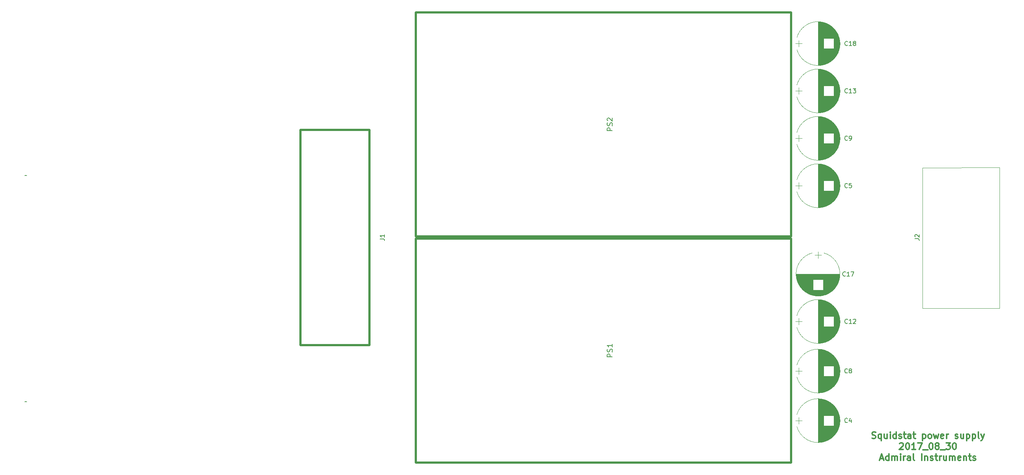
<source format=gto>
G04 #@! TF.FileFunction,Legend,Top*
%FSLAX46Y46*%
G04 Gerber Fmt 4.6, Leading zero omitted, Abs format (unit mm)*
G04 Created by KiCad (PCBNEW 4.0.7) date 08/30/17 16:10:37*
%MOMM*%
%LPD*%
G01*
G04 APERTURE LIST*
%ADD10C,0.150000*%
%ADD11C,0.300000*%
%ADD12C,0.500000*%
%ADD13C,0.120000*%
G04 APERTURE END LIST*
D10*
D11*
X132535714Y-106557143D02*
X132750000Y-106628571D01*
X133107143Y-106628571D01*
X133250000Y-106557143D01*
X133321429Y-106485714D01*
X133392857Y-106342857D01*
X133392857Y-106200000D01*
X133321429Y-106057143D01*
X133250000Y-105985714D01*
X133107143Y-105914286D01*
X132821429Y-105842857D01*
X132678571Y-105771429D01*
X132607143Y-105700000D01*
X132535714Y-105557143D01*
X132535714Y-105414286D01*
X132607143Y-105271429D01*
X132678571Y-105200000D01*
X132821429Y-105128571D01*
X133178571Y-105128571D01*
X133392857Y-105200000D01*
X134678571Y-105628571D02*
X134678571Y-107128571D01*
X134678571Y-106557143D02*
X134535714Y-106628571D01*
X134250000Y-106628571D01*
X134107142Y-106557143D01*
X134035714Y-106485714D01*
X133964285Y-106342857D01*
X133964285Y-105914286D01*
X134035714Y-105771429D01*
X134107142Y-105700000D01*
X134250000Y-105628571D01*
X134535714Y-105628571D01*
X134678571Y-105700000D01*
X136035714Y-105628571D02*
X136035714Y-106628571D01*
X135392857Y-105628571D02*
X135392857Y-106414286D01*
X135464285Y-106557143D01*
X135607143Y-106628571D01*
X135821428Y-106628571D01*
X135964285Y-106557143D01*
X136035714Y-106485714D01*
X136750000Y-106628571D02*
X136750000Y-105628571D01*
X136750000Y-105128571D02*
X136678571Y-105200000D01*
X136750000Y-105271429D01*
X136821428Y-105200000D01*
X136750000Y-105128571D01*
X136750000Y-105271429D01*
X138107143Y-106628571D02*
X138107143Y-105128571D01*
X138107143Y-106557143D02*
X137964286Y-106628571D01*
X137678572Y-106628571D01*
X137535714Y-106557143D01*
X137464286Y-106485714D01*
X137392857Y-106342857D01*
X137392857Y-105914286D01*
X137464286Y-105771429D01*
X137535714Y-105700000D01*
X137678572Y-105628571D01*
X137964286Y-105628571D01*
X138107143Y-105700000D01*
X138750000Y-106557143D02*
X138892857Y-106628571D01*
X139178572Y-106628571D01*
X139321429Y-106557143D01*
X139392857Y-106414286D01*
X139392857Y-106342857D01*
X139321429Y-106200000D01*
X139178572Y-106128571D01*
X138964286Y-106128571D01*
X138821429Y-106057143D01*
X138750000Y-105914286D01*
X138750000Y-105842857D01*
X138821429Y-105700000D01*
X138964286Y-105628571D01*
X139178572Y-105628571D01*
X139321429Y-105700000D01*
X139821429Y-105628571D02*
X140392858Y-105628571D01*
X140035715Y-105128571D02*
X140035715Y-106414286D01*
X140107143Y-106557143D01*
X140250001Y-106628571D01*
X140392858Y-106628571D01*
X141535715Y-106628571D02*
X141535715Y-105842857D01*
X141464286Y-105700000D01*
X141321429Y-105628571D01*
X141035715Y-105628571D01*
X140892858Y-105700000D01*
X141535715Y-106557143D02*
X141392858Y-106628571D01*
X141035715Y-106628571D01*
X140892858Y-106557143D01*
X140821429Y-106414286D01*
X140821429Y-106271429D01*
X140892858Y-106128571D01*
X141035715Y-106057143D01*
X141392858Y-106057143D01*
X141535715Y-105985714D01*
X142035715Y-105628571D02*
X142607144Y-105628571D01*
X142250001Y-105128571D02*
X142250001Y-106414286D01*
X142321429Y-106557143D01*
X142464287Y-106628571D01*
X142607144Y-106628571D01*
X144250001Y-105628571D02*
X144250001Y-107128571D01*
X144250001Y-105700000D02*
X144392858Y-105628571D01*
X144678572Y-105628571D01*
X144821429Y-105700000D01*
X144892858Y-105771429D01*
X144964287Y-105914286D01*
X144964287Y-106342857D01*
X144892858Y-106485714D01*
X144821429Y-106557143D01*
X144678572Y-106628571D01*
X144392858Y-106628571D01*
X144250001Y-106557143D01*
X145821430Y-106628571D02*
X145678572Y-106557143D01*
X145607144Y-106485714D01*
X145535715Y-106342857D01*
X145535715Y-105914286D01*
X145607144Y-105771429D01*
X145678572Y-105700000D01*
X145821430Y-105628571D01*
X146035715Y-105628571D01*
X146178572Y-105700000D01*
X146250001Y-105771429D01*
X146321430Y-105914286D01*
X146321430Y-106342857D01*
X146250001Y-106485714D01*
X146178572Y-106557143D01*
X146035715Y-106628571D01*
X145821430Y-106628571D01*
X146821430Y-105628571D02*
X147107144Y-106628571D01*
X147392858Y-105914286D01*
X147678573Y-106628571D01*
X147964287Y-105628571D01*
X149107144Y-106557143D02*
X148964287Y-106628571D01*
X148678573Y-106628571D01*
X148535716Y-106557143D01*
X148464287Y-106414286D01*
X148464287Y-105842857D01*
X148535716Y-105700000D01*
X148678573Y-105628571D01*
X148964287Y-105628571D01*
X149107144Y-105700000D01*
X149178573Y-105842857D01*
X149178573Y-105985714D01*
X148464287Y-106128571D01*
X149821430Y-106628571D02*
X149821430Y-105628571D01*
X149821430Y-105914286D02*
X149892858Y-105771429D01*
X149964287Y-105700000D01*
X150107144Y-105628571D01*
X150250001Y-105628571D01*
X151821429Y-106557143D02*
X151964286Y-106628571D01*
X152250001Y-106628571D01*
X152392858Y-106557143D01*
X152464286Y-106414286D01*
X152464286Y-106342857D01*
X152392858Y-106200000D01*
X152250001Y-106128571D01*
X152035715Y-106128571D01*
X151892858Y-106057143D01*
X151821429Y-105914286D01*
X151821429Y-105842857D01*
X151892858Y-105700000D01*
X152035715Y-105628571D01*
X152250001Y-105628571D01*
X152392858Y-105700000D01*
X153750001Y-105628571D02*
X153750001Y-106628571D01*
X153107144Y-105628571D02*
X153107144Y-106414286D01*
X153178572Y-106557143D01*
X153321430Y-106628571D01*
X153535715Y-106628571D01*
X153678572Y-106557143D01*
X153750001Y-106485714D01*
X154464287Y-105628571D02*
X154464287Y-107128571D01*
X154464287Y-105700000D02*
X154607144Y-105628571D01*
X154892858Y-105628571D01*
X155035715Y-105700000D01*
X155107144Y-105771429D01*
X155178573Y-105914286D01*
X155178573Y-106342857D01*
X155107144Y-106485714D01*
X155035715Y-106557143D01*
X154892858Y-106628571D01*
X154607144Y-106628571D01*
X154464287Y-106557143D01*
X155821430Y-105628571D02*
X155821430Y-107128571D01*
X155821430Y-105700000D02*
X155964287Y-105628571D01*
X156250001Y-105628571D01*
X156392858Y-105700000D01*
X156464287Y-105771429D01*
X156535716Y-105914286D01*
X156535716Y-106342857D01*
X156464287Y-106485714D01*
X156392858Y-106557143D01*
X156250001Y-106628571D01*
X155964287Y-106628571D01*
X155821430Y-106557143D01*
X157392859Y-106628571D02*
X157250001Y-106557143D01*
X157178573Y-106414286D01*
X157178573Y-105128571D01*
X157821430Y-105628571D02*
X158178573Y-106628571D01*
X158535715Y-105628571D02*
X158178573Y-106628571D01*
X158035715Y-106985714D01*
X157964287Y-107057143D01*
X157821430Y-107128571D01*
X138928573Y-107821429D02*
X139000002Y-107750000D01*
X139142859Y-107678571D01*
X139500002Y-107678571D01*
X139642859Y-107750000D01*
X139714288Y-107821429D01*
X139785716Y-107964286D01*
X139785716Y-108107143D01*
X139714288Y-108321429D01*
X138857145Y-109178571D01*
X139785716Y-109178571D01*
X140714287Y-107678571D02*
X140857144Y-107678571D01*
X141000001Y-107750000D01*
X141071430Y-107821429D01*
X141142859Y-107964286D01*
X141214287Y-108250000D01*
X141214287Y-108607143D01*
X141142859Y-108892857D01*
X141071430Y-109035714D01*
X141000001Y-109107143D01*
X140857144Y-109178571D01*
X140714287Y-109178571D01*
X140571430Y-109107143D01*
X140500001Y-109035714D01*
X140428573Y-108892857D01*
X140357144Y-108607143D01*
X140357144Y-108250000D01*
X140428573Y-107964286D01*
X140500001Y-107821429D01*
X140571430Y-107750000D01*
X140714287Y-107678571D01*
X142642858Y-109178571D02*
X141785715Y-109178571D01*
X142214287Y-109178571D02*
X142214287Y-107678571D01*
X142071430Y-107892857D01*
X141928572Y-108035714D01*
X141785715Y-108107143D01*
X143142858Y-107678571D02*
X144142858Y-107678571D01*
X143500001Y-109178571D01*
X144357143Y-109321429D02*
X145500000Y-109321429D01*
X146142857Y-107678571D02*
X146285714Y-107678571D01*
X146428571Y-107750000D01*
X146500000Y-107821429D01*
X146571429Y-107964286D01*
X146642857Y-108250000D01*
X146642857Y-108607143D01*
X146571429Y-108892857D01*
X146500000Y-109035714D01*
X146428571Y-109107143D01*
X146285714Y-109178571D01*
X146142857Y-109178571D01*
X146000000Y-109107143D01*
X145928571Y-109035714D01*
X145857143Y-108892857D01*
X145785714Y-108607143D01*
X145785714Y-108250000D01*
X145857143Y-107964286D01*
X145928571Y-107821429D01*
X146000000Y-107750000D01*
X146142857Y-107678571D01*
X147500000Y-108321429D02*
X147357142Y-108250000D01*
X147285714Y-108178571D01*
X147214285Y-108035714D01*
X147214285Y-107964286D01*
X147285714Y-107821429D01*
X147357142Y-107750000D01*
X147500000Y-107678571D01*
X147785714Y-107678571D01*
X147928571Y-107750000D01*
X148000000Y-107821429D01*
X148071428Y-107964286D01*
X148071428Y-108035714D01*
X148000000Y-108178571D01*
X147928571Y-108250000D01*
X147785714Y-108321429D01*
X147500000Y-108321429D01*
X147357142Y-108392857D01*
X147285714Y-108464286D01*
X147214285Y-108607143D01*
X147214285Y-108892857D01*
X147285714Y-109035714D01*
X147357142Y-109107143D01*
X147500000Y-109178571D01*
X147785714Y-109178571D01*
X147928571Y-109107143D01*
X148000000Y-109035714D01*
X148071428Y-108892857D01*
X148071428Y-108607143D01*
X148000000Y-108464286D01*
X147928571Y-108392857D01*
X147785714Y-108321429D01*
X148357142Y-109321429D02*
X149499999Y-109321429D01*
X149714285Y-107678571D02*
X150642856Y-107678571D01*
X150142856Y-108250000D01*
X150357142Y-108250000D01*
X150499999Y-108321429D01*
X150571428Y-108392857D01*
X150642856Y-108535714D01*
X150642856Y-108892857D01*
X150571428Y-109035714D01*
X150499999Y-109107143D01*
X150357142Y-109178571D01*
X149928570Y-109178571D01*
X149785713Y-109107143D01*
X149714285Y-109035714D01*
X151571427Y-107678571D02*
X151714284Y-107678571D01*
X151857141Y-107750000D01*
X151928570Y-107821429D01*
X151999999Y-107964286D01*
X152071427Y-108250000D01*
X152071427Y-108607143D01*
X151999999Y-108892857D01*
X151928570Y-109035714D01*
X151857141Y-109107143D01*
X151714284Y-109178571D01*
X151571427Y-109178571D01*
X151428570Y-109107143D01*
X151357141Y-109035714D01*
X151285713Y-108892857D01*
X151214284Y-108607143D01*
X151214284Y-108250000D01*
X151285713Y-107964286D01*
X151357141Y-107821429D01*
X151428570Y-107750000D01*
X151571427Y-107678571D01*
X134428571Y-111300000D02*
X135142857Y-111300000D01*
X134285714Y-111728571D02*
X134785714Y-110228571D01*
X135285714Y-111728571D01*
X136428571Y-111728571D02*
X136428571Y-110228571D01*
X136428571Y-111657143D02*
X136285714Y-111728571D01*
X136000000Y-111728571D01*
X135857142Y-111657143D01*
X135785714Y-111585714D01*
X135714285Y-111442857D01*
X135714285Y-111014286D01*
X135785714Y-110871429D01*
X135857142Y-110800000D01*
X136000000Y-110728571D01*
X136285714Y-110728571D01*
X136428571Y-110800000D01*
X137142857Y-111728571D02*
X137142857Y-110728571D01*
X137142857Y-110871429D02*
X137214285Y-110800000D01*
X137357143Y-110728571D01*
X137571428Y-110728571D01*
X137714285Y-110800000D01*
X137785714Y-110942857D01*
X137785714Y-111728571D01*
X137785714Y-110942857D02*
X137857143Y-110800000D01*
X138000000Y-110728571D01*
X138214285Y-110728571D01*
X138357143Y-110800000D01*
X138428571Y-110942857D01*
X138428571Y-111728571D01*
X139142857Y-111728571D02*
X139142857Y-110728571D01*
X139142857Y-110228571D02*
X139071428Y-110300000D01*
X139142857Y-110371429D01*
X139214285Y-110300000D01*
X139142857Y-110228571D01*
X139142857Y-110371429D01*
X139857143Y-111728571D02*
X139857143Y-110728571D01*
X139857143Y-111014286D02*
X139928571Y-110871429D01*
X140000000Y-110800000D01*
X140142857Y-110728571D01*
X140285714Y-110728571D01*
X141428571Y-111728571D02*
X141428571Y-110942857D01*
X141357142Y-110800000D01*
X141214285Y-110728571D01*
X140928571Y-110728571D01*
X140785714Y-110800000D01*
X141428571Y-111657143D02*
X141285714Y-111728571D01*
X140928571Y-111728571D01*
X140785714Y-111657143D01*
X140714285Y-111514286D01*
X140714285Y-111371429D01*
X140785714Y-111228571D01*
X140928571Y-111157143D01*
X141285714Y-111157143D01*
X141428571Y-111085714D01*
X142357143Y-111728571D02*
X142214285Y-111657143D01*
X142142857Y-111514286D01*
X142142857Y-110228571D01*
X144071428Y-111728571D02*
X144071428Y-110228571D01*
X144785714Y-110728571D02*
X144785714Y-111728571D01*
X144785714Y-110871429D02*
X144857142Y-110800000D01*
X145000000Y-110728571D01*
X145214285Y-110728571D01*
X145357142Y-110800000D01*
X145428571Y-110942857D01*
X145428571Y-111728571D01*
X146071428Y-111657143D02*
X146214285Y-111728571D01*
X146500000Y-111728571D01*
X146642857Y-111657143D01*
X146714285Y-111514286D01*
X146714285Y-111442857D01*
X146642857Y-111300000D01*
X146500000Y-111228571D01*
X146285714Y-111228571D01*
X146142857Y-111157143D01*
X146071428Y-111014286D01*
X146071428Y-110942857D01*
X146142857Y-110800000D01*
X146285714Y-110728571D01*
X146500000Y-110728571D01*
X146642857Y-110800000D01*
X147142857Y-110728571D02*
X147714286Y-110728571D01*
X147357143Y-110228571D02*
X147357143Y-111514286D01*
X147428571Y-111657143D01*
X147571429Y-111728571D01*
X147714286Y-111728571D01*
X148214286Y-111728571D02*
X148214286Y-110728571D01*
X148214286Y-111014286D02*
X148285714Y-110871429D01*
X148357143Y-110800000D01*
X148500000Y-110728571D01*
X148642857Y-110728571D01*
X149785714Y-110728571D02*
X149785714Y-111728571D01*
X149142857Y-110728571D02*
X149142857Y-111514286D01*
X149214285Y-111657143D01*
X149357143Y-111728571D01*
X149571428Y-111728571D01*
X149714285Y-111657143D01*
X149785714Y-111585714D01*
X150500000Y-111728571D02*
X150500000Y-110728571D01*
X150500000Y-110871429D02*
X150571428Y-110800000D01*
X150714286Y-110728571D01*
X150928571Y-110728571D01*
X151071428Y-110800000D01*
X151142857Y-110942857D01*
X151142857Y-111728571D01*
X151142857Y-110942857D02*
X151214286Y-110800000D01*
X151357143Y-110728571D01*
X151571428Y-110728571D01*
X151714286Y-110800000D01*
X151785714Y-110942857D01*
X151785714Y-111728571D01*
X153071428Y-111657143D02*
X152928571Y-111728571D01*
X152642857Y-111728571D01*
X152500000Y-111657143D01*
X152428571Y-111514286D01*
X152428571Y-110942857D01*
X152500000Y-110800000D01*
X152642857Y-110728571D01*
X152928571Y-110728571D01*
X153071428Y-110800000D01*
X153142857Y-110942857D01*
X153142857Y-111085714D01*
X152428571Y-111228571D01*
X153785714Y-110728571D02*
X153785714Y-111728571D01*
X153785714Y-110871429D02*
X153857142Y-110800000D01*
X154000000Y-110728571D01*
X154214285Y-110728571D01*
X154357142Y-110800000D01*
X154428571Y-110942857D01*
X154428571Y-111728571D01*
X154928571Y-110728571D02*
X155500000Y-110728571D01*
X155142857Y-110228571D02*
X155142857Y-111514286D01*
X155214285Y-111657143D01*
X155357143Y-111728571D01*
X155500000Y-111728571D01*
X155928571Y-111657143D02*
X156071428Y-111728571D01*
X156357143Y-111728571D01*
X156500000Y-111657143D01*
X156571428Y-111514286D01*
X156571428Y-111442857D01*
X156500000Y-111300000D01*
X156357143Y-111228571D01*
X156142857Y-111228571D01*
X156000000Y-111157143D01*
X155928571Y-111014286D01*
X155928571Y-110942857D01*
X156000000Y-110800000D01*
X156142857Y-110728571D01*
X156357143Y-110728571D01*
X156500000Y-110800000D01*
D12*
X113760000Y-7750000D02*
X113760000Y-59750000D01*
X113760000Y-59750000D02*
X26760000Y-59750000D01*
X26760000Y-59750000D02*
X26760000Y-7750000D01*
X26760000Y-7750000D02*
X113760000Y-7750000D01*
D10*
X-63980000Y-45580000D02*
X-63530000Y-45580000D01*
D13*
X124898437Y-101116736D02*
G75*
G03X115100643Y-101120000I-4898437J-1383264D01*
G01*
X124898437Y-103883264D02*
G75*
G02X115100643Y-103880000I-4898437J1383264D01*
G01*
X124898437Y-103883264D02*
G75*
G03X124899357Y-101120000I-4898437J1383264D01*
G01*
X120000000Y-97450000D02*
X120000000Y-107550000D01*
X120040000Y-97450000D02*
X120040000Y-107550000D01*
X120080000Y-97450000D02*
X120080000Y-107550000D01*
X120120000Y-97451000D02*
X120120000Y-107549000D01*
X120160000Y-97452000D02*
X120160000Y-107548000D01*
X120200000Y-97453000D02*
X120200000Y-107547000D01*
X120240000Y-97455000D02*
X120240000Y-107545000D01*
X120280000Y-97457000D02*
X120280000Y-107543000D01*
X120320000Y-97460000D02*
X120320000Y-107540000D01*
X120360000Y-97462000D02*
X120360000Y-107538000D01*
X120400000Y-97465000D02*
X120400000Y-107535000D01*
X120440000Y-97469000D02*
X120440000Y-107531000D01*
X120480000Y-97472000D02*
X120480000Y-107528000D01*
X120520000Y-97476000D02*
X120520000Y-107524000D01*
X120560000Y-97480000D02*
X120560000Y-107520000D01*
X120600000Y-97485000D02*
X120600000Y-107515000D01*
X120640000Y-97490000D02*
X120640000Y-107510000D01*
X120680000Y-97495000D02*
X120680000Y-107505000D01*
X120721000Y-97501000D02*
X120721000Y-107499000D01*
X120761000Y-97507000D02*
X120761000Y-107493000D01*
X120801000Y-97513000D02*
X120801000Y-107487000D01*
X120841000Y-97519000D02*
X120841000Y-107481000D01*
X120881000Y-97526000D02*
X120881000Y-107474000D01*
X120921000Y-97533000D02*
X120921000Y-107467000D01*
X120961000Y-97541000D02*
X120961000Y-107459000D01*
X121001000Y-97549000D02*
X121001000Y-107451000D01*
X121041000Y-97557000D02*
X121041000Y-107443000D01*
X121081000Y-97565000D02*
X121081000Y-107435000D01*
X121121000Y-97574000D02*
X121121000Y-107426000D01*
X121161000Y-97583000D02*
X121161000Y-107417000D01*
X121201000Y-97593000D02*
X121201000Y-107407000D01*
X121241000Y-97603000D02*
X121241000Y-107397000D01*
X121281000Y-97613000D02*
X121281000Y-107387000D01*
X121321000Y-97624000D02*
X121321000Y-101319000D01*
X121321000Y-103681000D02*
X121321000Y-107376000D01*
X121361000Y-97635000D02*
X121361000Y-101319000D01*
X121361000Y-103681000D02*
X121361000Y-107365000D01*
X121401000Y-97646000D02*
X121401000Y-101319000D01*
X121401000Y-103681000D02*
X121401000Y-107354000D01*
X121441000Y-97657000D02*
X121441000Y-101319000D01*
X121441000Y-103681000D02*
X121441000Y-107343000D01*
X121481000Y-97669000D02*
X121481000Y-101319000D01*
X121481000Y-103681000D02*
X121481000Y-107331000D01*
X121521000Y-97682000D02*
X121521000Y-101319000D01*
X121521000Y-103681000D02*
X121521000Y-107318000D01*
X121561000Y-97694000D02*
X121561000Y-101319000D01*
X121561000Y-103681000D02*
X121561000Y-107306000D01*
X121601000Y-97708000D02*
X121601000Y-101319000D01*
X121601000Y-103681000D02*
X121601000Y-107292000D01*
X121641000Y-97721000D02*
X121641000Y-101319000D01*
X121641000Y-103681000D02*
X121641000Y-107279000D01*
X121681000Y-97735000D02*
X121681000Y-101319000D01*
X121681000Y-103681000D02*
X121681000Y-107265000D01*
X121721000Y-97749000D02*
X121721000Y-101319000D01*
X121721000Y-103681000D02*
X121721000Y-107251000D01*
X121761000Y-97763000D02*
X121761000Y-101319000D01*
X121761000Y-103681000D02*
X121761000Y-107237000D01*
X121801000Y-97778000D02*
X121801000Y-101319000D01*
X121801000Y-103681000D02*
X121801000Y-107222000D01*
X121841000Y-97794000D02*
X121841000Y-101319000D01*
X121841000Y-103681000D02*
X121841000Y-107206000D01*
X121881000Y-97809000D02*
X121881000Y-101319000D01*
X121881000Y-103681000D02*
X121881000Y-107191000D01*
X121921000Y-97826000D02*
X121921000Y-101319000D01*
X121921000Y-103681000D02*
X121921000Y-107174000D01*
X121961000Y-97842000D02*
X121961000Y-101319000D01*
X121961000Y-103681000D02*
X121961000Y-107158000D01*
X122001000Y-97859000D02*
X122001000Y-101319000D01*
X122001000Y-103681000D02*
X122001000Y-107141000D01*
X122041000Y-97876000D02*
X122041000Y-101319000D01*
X122041000Y-103681000D02*
X122041000Y-107124000D01*
X122081000Y-97894000D02*
X122081000Y-101319000D01*
X122081000Y-103681000D02*
X122081000Y-107106000D01*
X122121000Y-97912000D02*
X122121000Y-101319000D01*
X122121000Y-103681000D02*
X122121000Y-107088000D01*
X122161000Y-97931000D02*
X122161000Y-101319000D01*
X122161000Y-103681000D02*
X122161000Y-107069000D01*
X122201000Y-97950000D02*
X122201000Y-101319000D01*
X122201000Y-103681000D02*
X122201000Y-107050000D01*
X122241000Y-97969000D02*
X122241000Y-101319000D01*
X122241000Y-103681000D02*
X122241000Y-107031000D01*
X122281000Y-97989000D02*
X122281000Y-101319000D01*
X122281000Y-103681000D02*
X122281000Y-107011000D01*
X122321000Y-98009000D02*
X122321000Y-101319000D01*
X122321000Y-103681000D02*
X122321000Y-106991000D01*
X122361000Y-98030000D02*
X122361000Y-101319000D01*
X122361000Y-103681000D02*
X122361000Y-106970000D01*
X122401000Y-98051000D02*
X122401000Y-101319000D01*
X122401000Y-103681000D02*
X122401000Y-106949000D01*
X122441000Y-98072000D02*
X122441000Y-101319000D01*
X122441000Y-103681000D02*
X122441000Y-106928000D01*
X122481000Y-98095000D02*
X122481000Y-101319000D01*
X122481000Y-103681000D02*
X122481000Y-106905000D01*
X122521000Y-98117000D02*
X122521000Y-101319000D01*
X122521000Y-103681000D02*
X122521000Y-106883000D01*
X122561000Y-98140000D02*
X122561000Y-101319000D01*
X122561000Y-103681000D02*
X122561000Y-106860000D01*
X122601000Y-98164000D02*
X122601000Y-101319000D01*
X122601000Y-103681000D02*
X122601000Y-106836000D01*
X122641000Y-98188000D02*
X122641000Y-101319000D01*
X122641000Y-103681000D02*
X122641000Y-106812000D01*
X122681000Y-98212000D02*
X122681000Y-101319000D01*
X122681000Y-103681000D02*
X122681000Y-106788000D01*
X122721000Y-98237000D02*
X122721000Y-101319000D01*
X122721000Y-103681000D02*
X122721000Y-106763000D01*
X122761000Y-98263000D02*
X122761000Y-101319000D01*
X122761000Y-103681000D02*
X122761000Y-106737000D01*
X122801000Y-98289000D02*
X122801000Y-101319000D01*
X122801000Y-103681000D02*
X122801000Y-106711000D01*
X122841000Y-98315000D02*
X122841000Y-101319000D01*
X122841000Y-103681000D02*
X122841000Y-106685000D01*
X122881000Y-98343000D02*
X122881000Y-101319000D01*
X122881000Y-103681000D02*
X122881000Y-106657000D01*
X122921000Y-98370000D02*
X122921000Y-101319000D01*
X122921000Y-103681000D02*
X122921000Y-106630000D01*
X122961000Y-98399000D02*
X122961000Y-101319000D01*
X122961000Y-103681000D02*
X122961000Y-106601000D01*
X123001000Y-98428000D02*
X123001000Y-101319000D01*
X123001000Y-103681000D02*
X123001000Y-106572000D01*
X123041000Y-98457000D02*
X123041000Y-101319000D01*
X123041000Y-103681000D02*
X123041000Y-106543000D01*
X123081000Y-98487000D02*
X123081000Y-101319000D01*
X123081000Y-103681000D02*
X123081000Y-106513000D01*
X123121000Y-98518000D02*
X123121000Y-101319000D01*
X123121000Y-103681000D02*
X123121000Y-106482000D01*
X123161000Y-98549000D02*
X123161000Y-101319000D01*
X123161000Y-103681000D02*
X123161000Y-106451000D01*
X123201000Y-98581000D02*
X123201000Y-101319000D01*
X123201000Y-103681000D02*
X123201000Y-106419000D01*
X123241000Y-98614000D02*
X123241000Y-101319000D01*
X123241000Y-103681000D02*
X123241000Y-106386000D01*
X123281000Y-98647000D02*
X123281000Y-101319000D01*
X123281000Y-103681000D02*
X123281000Y-106353000D01*
X123321000Y-98681000D02*
X123321000Y-101319000D01*
X123321000Y-103681000D02*
X123321000Y-106319000D01*
X123361000Y-98716000D02*
X123361000Y-101319000D01*
X123361000Y-103681000D02*
X123361000Y-106284000D01*
X123401000Y-98752000D02*
X123401000Y-101319000D01*
X123401000Y-103681000D02*
X123401000Y-106248000D01*
X123441000Y-98788000D02*
X123441000Y-101319000D01*
X123441000Y-103681000D02*
X123441000Y-106212000D01*
X123481000Y-98825000D02*
X123481000Y-101319000D01*
X123481000Y-103681000D02*
X123481000Y-106175000D01*
X123521000Y-98863000D02*
X123521000Y-101319000D01*
X123521000Y-103681000D02*
X123521000Y-106137000D01*
X123561000Y-98902000D02*
X123561000Y-101319000D01*
X123561000Y-103681000D02*
X123561000Y-106098000D01*
X123601000Y-98941000D02*
X123601000Y-101319000D01*
X123601000Y-103681000D02*
X123601000Y-106059000D01*
X123641000Y-98982000D02*
X123641000Y-101319000D01*
X123641000Y-103681000D02*
X123641000Y-106018000D01*
X123681000Y-99023000D02*
X123681000Y-105977000D01*
X123721000Y-99065000D02*
X123721000Y-105935000D01*
X123761000Y-99109000D02*
X123761000Y-105891000D01*
X123801000Y-99153000D02*
X123801000Y-105847000D01*
X123841000Y-99198000D02*
X123841000Y-105802000D01*
X123881000Y-99245000D02*
X123881000Y-105755000D01*
X123921000Y-99293000D02*
X123921000Y-105707000D01*
X123961000Y-99342000D02*
X123961000Y-105658000D01*
X124001000Y-99392000D02*
X124001000Y-105608000D01*
X124041000Y-99443000D02*
X124041000Y-105557000D01*
X124081000Y-99496000D02*
X124081000Y-105504000D01*
X124121000Y-99551000D02*
X124121000Y-105449000D01*
X124161000Y-99606000D02*
X124161000Y-105394000D01*
X124201000Y-99664000D02*
X124201000Y-105336000D01*
X124241000Y-99723000D02*
X124241000Y-105277000D01*
X124281000Y-99785000D02*
X124281000Y-105215000D01*
X124321000Y-99848000D02*
X124321000Y-105152000D01*
X124361000Y-99913000D02*
X124361000Y-105087000D01*
X124401000Y-99981000D02*
X124401000Y-105019000D01*
X124441000Y-100051000D02*
X124441000Y-104949000D01*
X124481000Y-100123000D02*
X124481000Y-104877000D01*
X124521000Y-100199000D02*
X124521000Y-104801000D01*
X124561000Y-100278000D02*
X124561000Y-104722000D01*
X124601000Y-100360000D02*
X124601000Y-104640000D01*
X124641000Y-100447000D02*
X124641000Y-104553000D01*
X124681000Y-100538000D02*
X124681000Y-104462000D01*
X124721000Y-100634000D02*
X124721000Y-104366000D01*
X124761000Y-100737000D02*
X124761000Y-104263000D01*
X124801000Y-100846000D02*
X124801000Y-104154000D01*
X124841000Y-100964000D02*
X124841000Y-104036000D01*
X124881000Y-101093000D02*
X124881000Y-103907000D01*
X124921000Y-101235000D02*
X124921000Y-103765000D01*
X124961000Y-101396000D02*
X124961000Y-103604000D01*
X125001000Y-101587000D02*
X125001000Y-103413000D01*
X125041000Y-101828000D02*
X125041000Y-103172000D01*
X125081000Y-102221000D02*
X125081000Y-102779000D01*
X114800000Y-102500000D02*
X116300000Y-102500000D01*
X115550000Y-101750000D02*
X115550000Y-103250000D01*
X124898437Y-46616736D02*
G75*
G03X115100643Y-46620000I-4898437J-1383264D01*
G01*
X124898437Y-49383264D02*
G75*
G02X115100643Y-49380000I-4898437J1383264D01*
G01*
X124898437Y-49383264D02*
G75*
G03X124899357Y-46620000I-4898437J1383264D01*
G01*
X120000000Y-42950000D02*
X120000000Y-53050000D01*
X120040000Y-42950000D02*
X120040000Y-53050000D01*
X120080000Y-42950000D02*
X120080000Y-53050000D01*
X120120000Y-42951000D02*
X120120000Y-53049000D01*
X120160000Y-42952000D02*
X120160000Y-53048000D01*
X120200000Y-42953000D02*
X120200000Y-53047000D01*
X120240000Y-42955000D02*
X120240000Y-53045000D01*
X120280000Y-42957000D02*
X120280000Y-53043000D01*
X120320000Y-42960000D02*
X120320000Y-53040000D01*
X120360000Y-42962000D02*
X120360000Y-53038000D01*
X120400000Y-42965000D02*
X120400000Y-53035000D01*
X120440000Y-42969000D02*
X120440000Y-53031000D01*
X120480000Y-42972000D02*
X120480000Y-53028000D01*
X120520000Y-42976000D02*
X120520000Y-53024000D01*
X120560000Y-42980000D02*
X120560000Y-53020000D01*
X120600000Y-42985000D02*
X120600000Y-53015000D01*
X120640000Y-42990000D02*
X120640000Y-53010000D01*
X120680000Y-42995000D02*
X120680000Y-53005000D01*
X120721000Y-43001000D02*
X120721000Y-52999000D01*
X120761000Y-43007000D02*
X120761000Y-52993000D01*
X120801000Y-43013000D02*
X120801000Y-52987000D01*
X120841000Y-43019000D02*
X120841000Y-52981000D01*
X120881000Y-43026000D02*
X120881000Y-52974000D01*
X120921000Y-43033000D02*
X120921000Y-52967000D01*
X120961000Y-43041000D02*
X120961000Y-52959000D01*
X121001000Y-43049000D02*
X121001000Y-52951000D01*
X121041000Y-43057000D02*
X121041000Y-52943000D01*
X121081000Y-43065000D02*
X121081000Y-52935000D01*
X121121000Y-43074000D02*
X121121000Y-52926000D01*
X121161000Y-43083000D02*
X121161000Y-52917000D01*
X121201000Y-43093000D02*
X121201000Y-52907000D01*
X121241000Y-43103000D02*
X121241000Y-52897000D01*
X121281000Y-43113000D02*
X121281000Y-52887000D01*
X121321000Y-43124000D02*
X121321000Y-46819000D01*
X121321000Y-49181000D02*
X121321000Y-52876000D01*
X121361000Y-43135000D02*
X121361000Y-46819000D01*
X121361000Y-49181000D02*
X121361000Y-52865000D01*
X121401000Y-43146000D02*
X121401000Y-46819000D01*
X121401000Y-49181000D02*
X121401000Y-52854000D01*
X121441000Y-43157000D02*
X121441000Y-46819000D01*
X121441000Y-49181000D02*
X121441000Y-52843000D01*
X121481000Y-43169000D02*
X121481000Y-46819000D01*
X121481000Y-49181000D02*
X121481000Y-52831000D01*
X121521000Y-43182000D02*
X121521000Y-46819000D01*
X121521000Y-49181000D02*
X121521000Y-52818000D01*
X121561000Y-43194000D02*
X121561000Y-46819000D01*
X121561000Y-49181000D02*
X121561000Y-52806000D01*
X121601000Y-43208000D02*
X121601000Y-46819000D01*
X121601000Y-49181000D02*
X121601000Y-52792000D01*
X121641000Y-43221000D02*
X121641000Y-46819000D01*
X121641000Y-49181000D02*
X121641000Y-52779000D01*
X121681000Y-43235000D02*
X121681000Y-46819000D01*
X121681000Y-49181000D02*
X121681000Y-52765000D01*
X121721000Y-43249000D02*
X121721000Y-46819000D01*
X121721000Y-49181000D02*
X121721000Y-52751000D01*
X121761000Y-43263000D02*
X121761000Y-46819000D01*
X121761000Y-49181000D02*
X121761000Y-52737000D01*
X121801000Y-43278000D02*
X121801000Y-46819000D01*
X121801000Y-49181000D02*
X121801000Y-52722000D01*
X121841000Y-43294000D02*
X121841000Y-46819000D01*
X121841000Y-49181000D02*
X121841000Y-52706000D01*
X121881000Y-43309000D02*
X121881000Y-46819000D01*
X121881000Y-49181000D02*
X121881000Y-52691000D01*
X121921000Y-43326000D02*
X121921000Y-46819000D01*
X121921000Y-49181000D02*
X121921000Y-52674000D01*
X121961000Y-43342000D02*
X121961000Y-46819000D01*
X121961000Y-49181000D02*
X121961000Y-52658000D01*
X122001000Y-43359000D02*
X122001000Y-46819000D01*
X122001000Y-49181000D02*
X122001000Y-52641000D01*
X122041000Y-43376000D02*
X122041000Y-46819000D01*
X122041000Y-49181000D02*
X122041000Y-52624000D01*
X122081000Y-43394000D02*
X122081000Y-46819000D01*
X122081000Y-49181000D02*
X122081000Y-52606000D01*
X122121000Y-43412000D02*
X122121000Y-46819000D01*
X122121000Y-49181000D02*
X122121000Y-52588000D01*
X122161000Y-43431000D02*
X122161000Y-46819000D01*
X122161000Y-49181000D02*
X122161000Y-52569000D01*
X122201000Y-43450000D02*
X122201000Y-46819000D01*
X122201000Y-49181000D02*
X122201000Y-52550000D01*
X122241000Y-43469000D02*
X122241000Y-46819000D01*
X122241000Y-49181000D02*
X122241000Y-52531000D01*
X122281000Y-43489000D02*
X122281000Y-46819000D01*
X122281000Y-49181000D02*
X122281000Y-52511000D01*
X122321000Y-43509000D02*
X122321000Y-46819000D01*
X122321000Y-49181000D02*
X122321000Y-52491000D01*
X122361000Y-43530000D02*
X122361000Y-46819000D01*
X122361000Y-49181000D02*
X122361000Y-52470000D01*
X122401000Y-43551000D02*
X122401000Y-46819000D01*
X122401000Y-49181000D02*
X122401000Y-52449000D01*
X122441000Y-43572000D02*
X122441000Y-46819000D01*
X122441000Y-49181000D02*
X122441000Y-52428000D01*
X122481000Y-43595000D02*
X122481000Y-46819000D01*
X122481000Y-49181000D02*
X122481000Y-52405000D01*
X122521000Y-43617000D02*
X122521000Y-46819000D01*
X122521000Y-49181000D02*
X122521000Y-52383000D01*
X122561000Y-43640000D02*
X122561000Y-46819000D01*
X122561000Y-49181000D02*
X122561000Y-52360000D01*
X122601000Y-43664000D02*
X122601000Y-46819000D01*
X122601000Y-49181000D02*
X122601000Y-52336000D01*
X122641000Y-43688000D02*
X122641000Y-46819000D01*
X122641000Y-49181000D02*
X122641000Y-52312000D01*
X122681000Y-43712000D02*
X122681000Y-46819000D01*
X122681000Y-49181000D02*
X122681000Y-52288000D01*
X122721000Y-43737000D02*
X122721000Y-46819000D01*
X122721000Y-49181000D02*
X122721000Y-52263000D01*
X122761000Y-43763000D02*
X122761000Y-46819000D01*
X122761000Y-49181000D02*
X122761000Y-52237000D01*
X122801000Y-43789000D02*
X122801000Y-46819000D01*
X122801000Y-49181000D02*
X122801000Y-52211000D01*
X122841000Y-43815000D02*
X122841000Y-46819000D01*
X122841000Y-49181000D02*
X122841000Y-52185000D01*
X122881000Y-43843000D02*
X122881000Y-46819000D01*
X122881000Y-49181000D02*
X122881000Y-52157000D01*
X122921000Y-43870000D02*
X122921000Y-46819000D01*
X122921000Y-49181000D02*
X122921000Y-52130000D01*
X122961000Y-43899000D02*
X122961000Y-46819000D01*
X122961000Y-49181000D02*
X122961000Y-52101000D01*
X123001000Y-43928000D02*
X123001000Y-46819000D01*
X123001000Y-49181000D02*
X123001000Y-52072000D01*
X123041000Y-43957000D02*
X123041000Y-46819000D01*
X123041000Y-49181000D02*
X123041000Y-52043000D01*
X123081000Y-43987000D02*
X123081000Y-46819000D01*
X123081000Y-49181000D02*
X123081000Y-52013000D01*
X123121000Y-44018000D02*
X123121000Y-46819000D01*
X123121000Y-49181000D02*
X123121000Y-51982000D01*
X123161000Y-44049000D02*
X123161000Y-46819000D01*
X123161000Y-49181000D02*
X123161000Y-51951000D01*
X123201000Y-44081000D02*
X123201000Y-46819000D01*
X123201000Y-49181000D02*
X123201000Y-51919000D01*
X123241000Y-44114000D02*
X123241000Y-46819000D01*
X123241000Y-49181000D02*
X123241000Y-51886000D01*
X123281000Y-44147000D02*
X123281000Y-46819000D01*
X123281000Y-49181000D02*
X123281000Y-51853000D01*
X123321000Y-44181000D02*
X123321000Y-46819000D01*
X123321000Y-49181000D02*
X123321000Y-51819000D01*
X123361000Y-44216000D02*
X123361000Y-46819000D01*
X123361000Y-49181000D02*
X123361000Y-51784000D01*
X123401000Y-44252000D02*
X123401000Y-46819000D01*
X123401000Y-49181000D02*
X123401000Y-51748000D01*
X123441000Y-44288000D02*
X123441000Y-46819000D01*
X123441000Y-49181000D02*
X123441000Y-51712000D01*
X123481000Y-44325000D02*
X123481000Y-46819000D01*
X123481000Y-49181000D02*
X123481000Y-51675000D01*
X123521000Y-44363000D02*
X123521000Y-46819000D01*
X123521000Y-49181000D02*
X123521000Y-51637000D01*
X123561000Y-44402000D02*
X123561000Y-46819000D01*
X123561000Y-49181000D02*
X123561000Y-51598000D01*
X123601000Y-44441000D02*
X123601000Y-46819000D01*
X123601000Y-49181000D02*
X123601000Y-51559000D01*
X123641000Y-44482000D02*
X123641000Y-46819000D01*
X123641000Y-49181000D02*
X123641000Y-51518000D01*
X123681000Y-44523000D02*
X123681000Y-51477000D01*
X123721000Y-44565000D02*
X123721000Y-51435000D01*
X123761000Y-44609000D02*
X123761000Y-51391000D01*
X123801000Y-44653000D02*
X123801000Y-51347000D01*
X123841000Y-44698000D02*
X123841000Y-51302000D01*
X123881000Y-44745000D02*
X123881000Y-51255000D01*
X123921000Y-44793000D02*
X123921000Y-51207000D01*
X123961000Y-44842000D02*
X123961000Y-51158000D01*
X124001000Y-44892000D02*
X124001000Y-51108000D01*
X124041000Y-44943000D02*
X124041000Y-51057000D01*
X124081000Y-44996000D02*
X124081000Y-51004000D01*
X124121000Y-45051000D02*
X124121000Y-50949000D01*
X124161000Y-45106000D02*
X124161000Y-50894000D01*
X124201000Y-45164000D02*
X124201000Y-50836000D01*
X124241000Y-45223000D02*
X124241000Y-50777000D01*
X124281000Y-45285000D02*
X124281000Y-50715000D01*
X124321000Y-45348000D02*
X124321000Y-50652000D01*
X124361000Y-45413000D02*
X124361000Y-50587000D01*
X124401000Y-45481000D02*
X124401000Y-50519000D01*
X124441000Y-45551000D02*
X124441000Y-50449000D01*
X124481000Y-45623000D02*
X124481000Y-50377000D01*
X124521000Y-45699000D02*
X124521000Y-50301000D01*
X124561000Y-45778000D02*
X124561000Y-50222000D01*
X124601000Y-45860000D02*
X124601000Y-50140000D01*
X124641000Y-45947000D02*
X124641000Y-50053000D01*
X124681000Y-46038000D02*
X124681000Y-49962000D01*
X124721000Y-46134000D02*
X124721000Y-49866000D01*
X124761000Y-46237000D02*
X124761000Y-49763000D01*
X124801000Y-46346000D02*
X124801000Y-49654000D01*
X124841000Y-46464000D02*
X124841000Y-49536000D01*
X124881000Y-46593000D02*
X124881000Y-49407000D01*
X124921000Y-46735000D02*
X124921000Y-49265000D01*
X124961000Y-46896000D02*
X124961000Y-49104000D01*
X125001000Y-47087000D02*
X125001000Y-48913000D01*
X125041000Y-47328000D02*
X125041000Y-48672000D01*
X125081000Y-47721000D02*
X125081000Y-48279000D01*
X114800000Y-48000000D02*
X116300000Y-48000000D01*
X115550000Y-47250000D02*
X115550000Y-48750000D01*
X124898437Y-89616736D02*
G75*
G03X115100643Y-89620000I-4898437J-1383264D01*
G01*
X124898437Y-92383264D02*
G75*
G02X115100643Y-92380000I-4898437J1383264D01*
G01*
X124898437Y-92383264D02*
G75*
G03X124899357Y-89620000I-4898437J1383264D01*
G01*
X120000000Y-85950000D02*
X120000000Y-96050000D01*
X120040000Y-85950000D02*
X120040000Y-96050000D01*
X120080000Y-85950000D02*
X120080000Y-96050000D01*
X120120000Y-85951000D02*
X120120000Y-96049000D01*
X120160000Y-85952000D02*
X120160000Y-96048000D01*
X120200000Y-85953000D02*
X120200000Y-96047000D01*
X120240000Y-85955000D02*
X120240000Y-96045000D01*
X120280000Y-85957000D02*
X120280000Y-96043000D01*
X120320000Y-85960000D02*
X120320000Y-96040000D01*
X120360000Y-85962000D02*
X120360000Y-96038000D01*
X120400000Y-85965000D02*
X120400000Y-96035000D01*
X120440000Y-85969000D02*
X120440000Y-96031000D01*
X120480000Y-85972000D02*
X120480000Y-96028000D01*
X120520000Y-85976000D02*
X120520000Y-96024000D01*
X120560000Y-85980000D02*
X120560000Y-96020000D01*
X120600000Y-85985000D02*
X120600000Y-96015000D01*
X120640000Y-85990000D02*
X120640000Y-96010000D01*
X120680000Y-85995000D02*
X120680000Y-96005000D01*
X120721000Y-86001000D02*
X120721000Y-95999000D01*
X120761000Y-86007000D02*
X120761000Y-95993000D01*
X120801000Y-86013000D02*
X120801000Y-95987000D01*
X120841000Y-86019000D02*
X120841000Y-95981000D01*
X120881000Y-86026000D02*
X120881000Y-95974000D01*
X120921000Y-86033000D02*
X120921000Y-95967000D01*
X120961000Y-86041000D02*
X120961000Y-95959000D01*
X121001000Y-86049000D02*
X121001000Y-95951000D01*
X121041000Y-86057000D02*
X121041000Y-95943000D01*
X121081000Y-86065000D02*
X121081000Y-95935000D01*
X121121000Y-86074000D02*
X121121000Y-95926000D01*
X121161000Y-86083000D02*
X121161000Y-95917000D01*
X121201000Y-86093000D02*
X121201000Y-95907000D01*
X121241000Y-86103000D02*
X121241000Y-95897000D01*
X121281000Y-86113000D02*
X121281000Y-95887000D01*
X121321000Y-86124000D02*
X121321000Y-89819000D01*
X121321000Y-92181000D02*
X121321000Y-95876000D01*
X121361000Y-86135000D02*
X121361000Y-89819000D01*
X121361000Y-92181000D02*
X121361000Y-95865000D01*
X121401000Y-86146000D02*
X121401000Y-89819000D01*
X121401000Y-92181000D02*
X121401000Y-95854000D01*
X121441000Y-86157000D02*
X121441000Y-89819000D01*
X121441000Y-92181000D02*
X121441000Y-95843000D01*
X121481000Y-86169000D02*
X121481000Y-89819000D01*
X121481000Y-92181000D02*
X121481000Y-95831000D01*
X121521000Y-86182000D02*
X121521000Y-89819000D01*
X121521000Y-92181000D02*
X121521000Y-95818000D01*
X121561000Y-86194000D02*
X121561000Y-89819000D01*
X121561000Y-92181000D02*
X121561000Y-95806000D01*
X121601000Y-86208000D02*
X121601000Y-89819000D01*
X121601000Y-92181000D02*
X121601000Y-95792000D01*
X121641000Y-86221000D02*
X121641000Y-89819000D01*
X121641000Y-92181000D02*
X121641000Y-95779000D01*
X121681000Y-86235000D02*
X121681000Y-89819000D01*
X121681000Y-92181000D02*
X121681000Y-95765000D01*
X121721000Y-86249000D02*
X121721000Y-89819000D01*
X121721000Y-92181000D02*
X121721000Y-95751000D01*
X121761000Y-86263000D02*
X121761000Y-89819000D01*
X121761000Y-92181000D02*
X121761000Y-95737000D01*
X121801000Y-86278000D02*
X121801000Y-89819000D01*
X121801000Y-92181000D02*
X121801000Y-95722000D01*
X121841000Y-86294000D02*
X121841000Y-89819000D01*
X121841000Y-92181000D02*
X121841000Y-95706000D01*
X121881000Y-86309000D02*
X121881000Y-89819000D01*
X121881000Y-92181000D02*
X121881000Y-95691000D01*
X121921000Y-86326000D02*
X121921000Y-89819000D01*
X121921000Y-92181000D02*
X121921000Y-95674000D01*
X121961000Y-86342000D02*
X121961000Y-89819000D01*
X121961000Y-92181000D02*
X121961000Y-95658000D01*
X122001000Y-86359000D02*
X122001000Y-89819000D01*
X122001000Y-92181000D02*
X122001000Y-95641000D01*
X122041000Y-86376000D02*
X122041000Y-89819000D01*
X122041000Y-92181000D02*
X122041000Y-95624000D01*
X122081000Y-86394000D02*
X122081000Y-89819000D01*
X122081000Y-92181000D02*
X122081000Y-95606000D01*
X122121000Y-86412000D02*
X122121000Y-89819000D01*
X122121000Y-92181000D02*
X122121000Y-95588000D01*
X122161000Y-86431000D02*
X122161000Y-89819000D01*
X122161000Y-92181000D02*
X122161000Y-95569000D01*
X122201000Y-86450000D02*
X122201000Y-89819000D01*
X122201000Y-92181000D02*
X122201000Y-95550000D01*
X122241000Y-86469000D02*
X122241000Y-89819000D01*
X122241000Y-92181000D02*
X122241000Y-95531000D01*
X122281000Y-86489000D02*
X122281000Y-89819000D01*
X122281000Y-92181000D02*
X122281000Y-95511000D01*
X122321000Y-86509000D02*
X122321000Y-89819000D01*
X122321000Y-92181000D02*
X122321000Y-95491000D01*
X122361000Y-86530000D02*
X122361000Y-89819000D01*
X122361000Y-92181000D02*
X122361000Y-95470000D01*
X122401000Y-86551000D02*
X122401000Y-89819000D01*
X122401000Y-92181000D02*
X122401000Y-95449000D01*
X122441000Y-86572000D02*
X122441000Y-89819000D01*
X122441000Y-92181000D02*
X122441000Y-95428000D01*
X122481000Y-86595000D02*
X122481000Y-89819000D01*
X122481000Y-92181000D02*
X122481000Y-95405000D01*
X122521000Y-86617000D02*
X122521000Y-89819000D01*
X122521000Y-92181000D02*
X122521000Y-95383000D01*
X122561000Y-86640000D02*
X122561000Y-89819000D01*
X122561000Y-92181000D02*
X122561000Y-95360000D01*
X122601000Y-86664000D02*
X122601000Y-89819000D01*
X122601000Y-92181000D02*
X122601000Y-95336000D01*
X122641000Y-86688000D02*
X122641000Y-89819000D01*
X122641000Y-92181000D02*
X122641000Y-95312000D01*
X122681000Y-86712000D02*
X122681000Y-89819000D01*
X122681000Y-92181000D02*
X122681000Y-95288000D01*
X122721000Y-86737000D02*
X122721000Y-89819000D01*
X122721000Y-92181000D02*
X122721000Y-95263000D01*
X122761000Y-86763000D02*
X122761000Y-89819000D01*
X122761000Y-92181000D02*
X122761000Y-95237000D01*
X122801000Y-86789000D02*
X122801000Y-89819000D01*
X122801000Y-92181000D02*
X122801000Y-95211000D01*
X122841000Y-86815000D02*
X122841000Y-89819000D01*
X122841000Y-92181000D02*
X122841000Y-95185000D01*
X122881000Y-86843000D02*
X122881000Y-89819000D01*
X122881000Y-92181000D02*
X122881000Y-95157000D01*
X122921000Y-86870000D02*
X122921000Y-89819000D01*
X122921000Y-92181000D02*
X122921000Y-95130000D01*
X122961000Y-86899000D02*
X122961000Y-89819000D01*
X122961000Y-92181000D02*
X122961000Y-95101000D01*
X123001000Y-86928000D02*
X123001000Y-89819000D01*
X123001000Y-92181000D02*
X123001000Y-95072000D01*
X123041000Y-86957000D02*
X123041000Y-89819000D01*
X123041000Y-92181000D02*
X123041000Y-95043000D01*
X123081000Y-86987000D02*
X123081000Y-89819000D01*
X123081000Y-92181000D02*
X123081000Y-95013000D01*
X123121000Y-87018000D02*
X123121000Y-89819000D01*
X123121000Y-92181000D02*
X123121000Y-94982000D01*
X123161000Y-87049000D02*
X123161000Y-89819000D01*
X123161000Y-92181000D02*
X123161000Y-94951000D01*
X123201000Y-87081000D02*
X123201000Y-89819000D01*
X123201000Y-92181000D02*
X123201000Y-94919000D01*
X123241000Y-87114000D02*
X123241000Y-89819000D01*
X123241000Y-92181000D02*
X123241000Y-94886000D01*
X123281000Y-87147000D02*
X123281000Y-89819000D01*
X123281000Y-92181000D02*
X123281000Y-94853000D01*
X123321000Y-87181000D02*
X123321000Y-89819000D01*
X123321000Y-92181000D02*
X123321000Y-94819000D01*
X123361000Y-87216000D02*
X123361000Y-89819000D01*
X123361000Y-92181000D02*
X123361000Y-94784000D01*
X123401000Y-87252000D02*
X123401000Y-89819000D01*
X123401000Y-92181000D02*
X123401000Y-94748000D01*
X123441000Y-87288000D02*
X123441000Y-89819000D01*
X123441000Y-92181000D02*
X123441000Y-94712000D01*
X123481000Y-87325000D02*
X123481000Y-89819000D01*
X123481000Y-92181000D02*
X123481000Y-94675000D01*
X123521000Y-87363000D02*
X123521000Y-89819000D01*
X123521000Y-92181000D02*
X123521000Y-94637000D01*
X123561000Y-87402000D02*
X123561000Y-89819000D01*
X123561000Y-92181000D02*
X123561000Y-94598000D01*
X123601000Y-87441000D02*
X123601000Y-89819000D01*
X123601000Y-92181000D02*
X123601000Y-94559000D01*
X123641000Y-87482000D02*
X123641000Y-89819000D01*
X123641000Y-92181000D02*
X123641000Y-94518000D01*
X123681000Y-87523000D02*
X123681000Y-94477000D01*
X123721000Y-87565000D02*
X123721000Y-94435000D01*
X123761000Y-87609000D02*
X123761000Y-94391000D01*
X123801000Y-87653000D02*
X123801000Y-94347000D01*
X123841000Y-87698000D02*
X123841000Y-94302000D01*
X123881000Y-87745000D02*
X123881000Y-94255000D01*
X123921000Y-87793000D02*
X123921000Y-94207000D01*
X123961000Y-87842000D02*
X123961000Y-94158000D01*
X124001000Y-87892000D02*
X124001000Y-94108000D01*
X124041000Y-87943000D02*
X124041000Y-94057000D01*
X124081000Y-87996000D02*
X124081000Y-94004000D01*
X124121000Y-88051000D02*
X124121000Y-93949000D01*
X124161000Y-88106000D02*
X124161000Y-93894000D01*
X124201000Y-88164000D02*
X124201000Y-93836000D01*
X124241000Y-88223000D02*
X124241000Y-93777000D01*
X124281000Y-88285000D02*
X124281000Y-93715000D01*
X124321000Y-88348000D02*
X124321000Y-93652000D01*
X124361000Y-88413000D02*
X124361000Y-93587000D01*
X124401000Y-88481000D02*
X124401000Y-93519000D01*
X124441000Y-88551000D02*
X124441000Y-93449000D01*
X124481000Y-88623000D02*
X124481000Y-93377000D01*
X124521000Y-88699000D02*
X124521000Y-93301000D01*
X124561000Y-88778000D02*
X124561000Y-93222000D01*
X124601000Y-88860000D02*
X124601000Y-93140000D01*
X124641000Y-88947000D02*
X124641000Y-93053000D01*
X124681000Y-89038000D02*
X124681000Y-92962000D01*
X124721000Y-89134000D02*
X124721000Y-92866000D01*
X124761000Y-89237000D02*
X124761000Y-92763000D01*
X124801000Y-89346000D02*
X124801000Y-92654000D01*
X124841000Y-89464000D02*
X124841000Y-92536000D01*
X124881000Y-89593000D02*
X124881000Y-92407000D01*
X124921000Y-89735000D02*
X124921000Y-92265000D01*
X124961000Y-89896000D02*
X124961000Y-92104000D01*
X125001000Y-90087000D02*
X125001000Y-91913000D01*
X125041000Y-90328000D02*
X125041000Y-91672000D01*
X125081000Y-90721000D02*
X125081000Y-91279000D01*
X114800000Y-91000000D02*
X116300000Y-91000000D01*
X115550000Y-90250000D02*
X115550000Y-91750000D01*
X124898437Y-35616736D02*
G75*
G03X115100643Y-35620000I-4898437J-1383264D01*
G01*
X124898437Y-38383264D02*
G75*
G02X115100643Y-38380000I-4898437J1383264D01*
G01*
X124898437Y-38383264D02*
G75*
G03X124899357Y-35620000I-4898437J1383264D01*
G01*
X120000000Y-31950000D02*
X120000000Y-42050000D01*
X120040000Y-31950000D02*
X120040000Y-42050000D01*
X120080000Y-31950000D02*
X120080000Y-42050000D01*
X120120000Y-31951000D02*
X120120000Y-42049000D01*
X120160000Y-31952000D02*
X120160000Y-42048000D01*
X120200000Y-31953000D02*
X120200000Y-42047000D01*
X120240000Y-31955000D02*
X120240000Y-42045000D01*
X120280000Y-31957000D02*
X120280000Y-42043000D01*
X120320000Y-31960000D02*
X120320000Y-42040000D01*
X120360000Y-31962000D02*
X120360000Y-42038000D01*
X120400000Y-31965000D02*
X120400000Y-42035000D01*
X120440000Y-31969000D02*
X120440000Y-42031000D01*
X120480000Y-31972000D02*
X120480000Y-42028000D01*
X120520000Y-31976000D02*
X120520000Y-42024000D01*
X120560000Y-31980000D02*
X120560000Y-42020000D01*
X120600000Y-31985000D02*
X120600000Y-42015000D01*
X120640000Y-31990000D02*
X120640000Y-42010000D01*
X120680000Y-31995000D02*
X120680000Y-42005000D01*
X120721000Y-32001000D02*
X120721000Y-41999000D01*
X120761000Y-32007000D02*
X120761000Y-41993000D01*
X120801000Y-32013000D02*
X120801000Y-41987000D01*
X120841000Y-32019000D02*
X120841000Y-41981000D01*
X120881000Y-32026000D02*
X120881000Y-41974000D01*
X120921000Y-32033000D02*
X120921000Y-41967000D01*
X120961000Y-32041000D02*
X120961000Y-41959000D01*
X121001000Y-32049000D02*
X121001000Y-41951000D01*
X121041000Y-32057000D02*
X121041000Y-41943000D01*
X121081000Y-32065000D02*
X121081000Y-41935000D01*
X121121000Y-32074000D02*
X121121000Y-41926000D01*
X121161000Y-32083000D02*
X121161000Y-41917000D01*
X121201000Y-32093000D02*
X121201000Y-41907000D01*
X121241000Y-32103000D02*
X121241000Y-41897000D01*
X121281000Y-32113000D02*
X121281000Y-41887000D01*
X121321000Y-32124000D02*
X121321000Y-35819000D01*
X121321000Y-38181000D02*
X121321000Y-41876000D01*
X121361000Y-32135000D02*
X121361000Y-35819000D01*
X121361000Y-38181000D02*
X121361000Y-41865000D01*
X121401000Y-32146000D02*
X121401000Y-35819000D01*
X121401000Y-38181000D02*
X121401000Y-41854000D01*
X121441000Y-32157000D02*
X121441000Y-35819000D01*
X121441000Y-38181000D02*
X121441000Y-41843000D01*
X121481000Y-32169000D02*
X121481000Y-35819000D01*
X121481000Y-38181000D02*
X121481000Y-41831000D01*
X121521000Y-32182000D02*
X121521000Y-35819000D01*
X121521000Y-38181000D02*
X121521000Y-41818000D01*
X121561000Y-32194000D02*
X121561000Y-35819000D01*
X121561000Y-38181000D02*
X121561000Y-41806000D01*
X121601000Y-32208000D02*
X121601000Y-35819000D01*
X121601000Y-38181000D02*
X121601000Y-41792000D01*
X121641000Y-32221000D02*
X121641000Y-35819000D01*
X121641000Y-38181000D02*
X121641000Y-41779000D01*
X121681000Y-32235000D02*
X121681000Y-35819000D01*
X121681000Y-38181000D02*
X121681000Y-41765000D01*
X121721000Y-32249000D02*
X121721000Y-35819000D01*
X121721000Y-38181000D02*
X121721000Y-41751000D01*
X121761000Y-32263000D02*
X121761000Y-35819000D01*
X121761000Y-38181000D02*
X121761000Y-41737000D01*
X121801000Y-32278000D02*
X121801000Y-35819000D01*
X121801000Y-38181000D02*
X121801000Y-41722000D01*
X121841000Y-32294000D02*
X121841000Y-35819000D01*
X121841000Y-38181000D02*
X121841000Y-41706000D01*
X121881000Y-32309000D02*
X121881000Y-35819000D01*
X121881000Y-38181000D02*
X121881000Y-41691000D01*
X121921000Y-32326000D02*
X121921000Y-35819000D01*
X121921000Y-38181000D02*
X121921000Y-41674000D01*
X121961000Y-32342000D02*
X121961000Y-35819000D01*
X121961000Y-38181000D02*
X121961000Y-41658000D01*
X122001000Y-32359000D02*
X122001000Y-35819000D01*
X122001000Y-38181000D02*
X122001000Y-41641000D01*
X122041000Y-32376000D02*
X122041000Y-35819000D01*
X122041000Y-38181000D02*
X122041000Y-41624000D01*
X122081000Y-32394000D02*
X122081000Y-35819000D01*
X122081000Y-38181000D02*
X122081000Y-41606000D01*
X122121000Y-32412000D02*
X122121000Y-35819000D01*
X122121000Y-38181000D02*
X122121000Y-41588000D01*
X122161000Y-32431000D02*
X122161000Y-35819000D01*
X122161000Y-38181000D02*
X122161000Y-41569000D01*
X122201000Y-32450000D02*
X122201000Y-35819000D01*
X122201000Y-38181000D02*
X122201000Y-41550000D01*
X122241000Y-32469000D02*
X122241000Y-35819000D01*
X122241000Y-38181000D02*
X122241000Y-41531000D01*
X122281000Y-32489000D02*
X122281000Y-35819000D01*
X122281000Y-38181000D02*
X122281000Y-41511000D01*
X122321000Y-32509000D02*
X122321000Y-35819000D01*
X122321000Y-38181000D02*
X122321000Y-41491000D01*
X122361000Y-32530000D02*
X122361000Y-35819000D01*
X122361000Y-38181000D02*
X122361000Y-41470000D01*
X122401000Y-32551000D02*
X122401000Y-35819000D01*
X122401000Y-38181000D02*
X122401000Y-41449000D01*
X122441000Y-32572000D02*
X122441000Y-35819000D01*
X122441000Y-38181000D02*
X122441000Y-41428000D01*
X122481000Y-32595000D02*
X122481000Y-35819000D01*
X122481000Y-38181000D02*
X122481000Y-41405000D01*
X122521000Y-32617000D02*
X122521000Y-35819000D01*
X122521000Y-38181000D02*
X122521000Y-41383000D01*
X122561000Y-32640000D02*
X122561000Y-35819000D01*
X122561000Y-38181000D02*
X122561000Y-41360000D01*
X122601000Y-32664000D02*
X122601000Y-35819000D01*
X122601000Y-38181000D02*
X122601000Y-41336000D01*
X122641000Y-32688000D02*
X122641000Y-35819000D01*
X122641000Y-38181000D02*
X122641000Y-41312000D01*
X122681000Y-32712000D02*
X122681000Y-35819000D01*
X122681000Y-38181000D02*
X122681000Y-41288000D01*
X122721000Y-32737000D02*
X122721000Y-35819000D01*
X122721000Y-38181000D02*
X122721000Y-41263000D01*
X122761000Y-32763000D02*
X122761000Y-35819000D01*
X122761000Y-38181000D02*
X122761000Y-41237000D01*
X122801000Y-32789000D02*
X122801000Y-35819000D01*
X122801000Y-38181000D02*
X122801000Y-41211000D01*
X122841000Y-32815000D02*
X122841000Y-35819000D01*
X122841000Y-38181000D02*
X122841000Y-41185000D01*
X122881000Y-32843000D02*
X122881000Y-35819000D01*
X122881000Y-38181000D02*
X122881000Y-41157000D01*
X122921000Y-32870000D02*
X122921000Y-35819000D01*
X122921000Y-38181000D02*
X122921000Y-41130000D01*
X122961000Y-32899000D02*
X122961000Y-35819000D01*
X122961000Y-38181000D02*
X122961000Y-41101000D01*
X123001000Y-32928000D02*
X123001000Y-35819000D01*
X123001000Y-38181000D02*
X123001000Y-41072000D01*
X123041000Y-32957000D02*
X123041000Y-35819000D01*
X123041000Y-38181000D02*
X123041000Y-41043000D01*
X123081000Y-32987000D02*
X123081000Y-35819000D01*
X123081000Y-38181000D02*
X123081000Y-41013000D01*
X123121000Y-33018000D02*
X123121000Y-35819000D01*
X123121000Y-38181000D02*
X123121000Y-40982000D01*
X123161000Y-33049000D02*
X123161000Y-35819000D01*
X123161000Y-38181000D02*
X123161000Y-40951000D01*
X123201000Y-33081000D02*
X123201000Y-35819000D01*
X123201000Y-38181000D02*
X123201000Y-40919000D01*
X123241000Y-33114000D02*
X123241000Y-35819000D01*
X123241000Y-38181000D02*
X123241000Y-40886000D01*
X123281000Y-33147000D02*
X123281000Y-35819000D01*
X123281000Y-38181000D02*
X123281000Y-40853000D01*
X123321000Y-33181000D02*
X123321000Y-35819000D01*
X123321000Y-38181000D02*
X123321000Y-40819000D01*
X123361000Y-33216000D02*
X123361000Y-35819000D01*
X123361000Y-38181000D02*
X123361000Y-40784000D01*
X123401000Y-33252000D02*
X123401000Y-35819000D01*
X123401000Y-38181000D02*
X123401000Y-40748000D01*
X123441000Y-33288000D02*
X123441000Y-35819000D01*
X123441000Y-38181000D02*
X123441000Y-40712000D01*
X123481000Y-33325000D02*
X123481000Y-35819000D01*
X123481000Y-38181000D02*
X123481000Y-40675000D01*
X123521000Y-33363000D02*
X123521000Y-35819000D01*
X123521000Y-38181000D02*
X123521000Y-40637000D01*
X123561000Y-33402000D02*
X123561000Y-35819000D01*
X123561000Y-38181000D02*
X123561000Y-40598000D01*
X123601000Y-33441000D02*
X123601000Y-35819000D01*
X123601000Y-38181000D02*
X123601000Y-40559000D01*
X123641000Y-33482000D02*
X123641000Y-35819000D01*
X123641000Y-38181000D02*
X123641000Y-40518000D01*
X123681000Y-33523000D02*
X123681000Y-40477000D01*
X123721000Y-33565000D02*
X123721000Y-40435000D01*
X123761000Y-33609000D02*
X123761000Y-40391000D01*
X123801000Y-33653000D02*
X123801000Y-40347000D01*
X123841000Y-33698000D02*
X123841000Y-40302000D01*
X123881000Y-33745000D02*
X123881000Y-40255000D01*
X123921000Y-33793000D02*
X123921000Y-40207000D01*
X123961000Y-33842000D02*
X123961000Y-40158000D01*
X124001000Y-33892000D02*
X124001000Y-40108000D01*
X124041000Y-33943000D02*
X124041000Y-40057000D01*
X124081000Y-33996000D02*
X124081000Y-40004000D01*
X124121000Y-34051000D02*
X124121000Y-39949000D01*
X124161000Y-34106000D02*
X124161000Y-39894000D01*
X124201000Y-34164000D02*
X124201000Y-39836000D01*
X124241000Y-34223000D02*
X124241000Y-39777000D01*
X124281000Y-34285000D02*
X124281000Y-39715000D01*
X124321000Y-34348000D02*
X124321000Y-39652000D01*
X124361000Y-34413000D02*
X124361000Y-39587000D01*
X124401000Y-34481000D02*
X124401000Y-39519000D01*
X124441000Y-34551000D02*
X124441000Y-39449000D01*
X124481000Y-34623000D02*
X124481000Y-39377000D01*
X124521000Y-34699000D02*
X124521000Y-39301000D01*
X124561000Y-34778000D02*
X124561000Y-39222000D01*
X124601000Y-34860000D02*
X124601000Y-39140000D01*
X124641000Y-34947000D02*
X124641000Y-39053000D01*
X124681000Y-35038000D02*
X124681000Y-38962000D01*
X124721000Y-35134000D02*
X124721000Y-38866000D01*
X124761000Y-35237000D02*
X124761000Y-38763000D01*
X124801000Y-35346000D02*
X124801000Y-38654000D01*
X124841000Y-35464000D02*
X124841000Y-38536000D01*
X124881000Y-35593000D02*
X124881000Y-38407000D01*
X124921000Y-35735000D02*
X124921000Y-38265000D01*
X124961000Y-35896000D02*
X124961000Y-38104000D01*
X125001000Y-36087000D02*
X125001000Y-37913000D01*
X125041000Y-36328000D02*
X125041000Y-37672000D01*
X125081000Y-36721000D02*
X125081000Y-37279000D01*
X114800000Y-37000000D02*
X116300000Y-37000000D01*
X115550000Y-36250000D02*
X115550000Y-37750000D01*
X124898437Y-78116736D02*
G75*
G03X115100643Y-78120000I-4898437J-1383264D01*
G01*
X124898437Y-80883264D02*
G75*
G02X115100643Y-80880000I-4898437J1383264D01*
G01*
X124898437Y-80883264D02*
G75*
G03X124899357Y-78120000I-4898437J1383264D01*
G01*
X120000000Y-74450000D02*
X120000000Y-84550000D01*
X120040000Y-74450000D02*
X120040000Y-84550000D01*
X120080000Y-74450000D02*
X120080000Y-84550000D01*
X120120000Y-74451000D02*
X120120000Y-84549000D01*
X120160000Y-74452000D02*
X120160000Y-84548000D01*
X120200000Y-74453000D02*
X120200000Y-84547000D01*
X120240000Y-74455000D02*
X120240000Y-84545000D01*
X120280000Y-74457000D02*
X120280000Y-84543000D01*
X120320000Y-74460000D02*
X120320000Y-84540000D01*
X120360000Y-74462000D02*
X120360000Y-84538000D01*
X120400000Y-74465000D02*
X120400000Y-84535000D01*
X120440000Y-74469000D02*
X120440000Y-84531000D01*
X120480000Y-74472000D02*
X120480000Y-84528000D01*
X120520000Y-74476000D02*
X120520000Y-84524000D01*
X120560000Y-74480000D02*
X120560000Y-84520000D01*
X120600000Y-74485000D02*
X120600000Y-84515000D01*
X120640000Y-74490000D02*
X120640000Y-84510000D01*
X120680000Y-74495000D02*
X120680000Y-84505000D01*
X120721000Y-74501000D02*
X120721000Y-84499000D01*
X120761000Y-74507000D02*
X120761000Y-84493000D01*
X120801000Y-74513000D02*
X120801000Y-84487000D01*
X120841000Y-74519000D02*
X120841000Y-84481000D01*
X120881000Y-74526000D02*
X120881000Y-84474000D01*
X120921000Y-74533000D02*
X120921000Y-84467000D01*
X120961000Y-74541000D02*
X120961000Y-84459000D01*
X121001000Y-74549000D02*
X121001000Y-84451000D01*
X121041000Y-74557000D02*
X121041000Y-84443000D01*
X121081000Y-74565000D02*
X121081000Y-84435000D01*
X121121000Y-74574000D02*
X121121000Y-84426000D01*
X121161000Y-74583000D02*
X121161000Y-84417000D01*
X121201000Y-74593000D02*
X121201000Y-84407000D01*
X121241000Y-74603000D02*
X121241000Y-84397000D01*
X121281000Y-74613000D02*
X121281000Y-84387000D01*
X121321000Y-74624000D02*
X121321000Y-78319000D01*
X121321000Y-80681000D02*
X121321000Y-84376000D01*
X121361000Y-74635000D02*
X121361000Y-78319000D01*
X121361000Y-80681000D02*
X121361000Y-84365000D01*
X121401000Y-74646000D02*
X121401000Y-78319000D01*
X121401000Y-80681000D02*
X121401000Y-84354000D01*
X121441000Y-74657000D02*
X121441000Y-78319000D01*
X121441000Y-80681000D02*
X121441000Y-84343000D01*
X121481000Y-74669000D02*
X121481000Y-78319000D01*
X121481000Y-80681000D02*
X121481000Y-84331000D01*
X121521000Y-74682000D02*
X121521000Y-78319000D01*
X121521000Y-80681000D02*
X121521000Y-84318000D01*
X121561000Y-74694000D02*
X121561000Y-78319000D01*
X121561000Y-80681000D02*
X121561000Y-84306000D01*
X121601000Y-74708000D02*
X121601000Y-78319000D01*
X121601000Y-80681000D02*
X121601000Y-84292000D01*
X121641000Y-74721000D02*
X121641000Y-78319000D01*
X121641000Y-80681000D02*
X121641000Y-84279000D01*
X121681000Y-74735000D02*
X121681000Y-78319000D01*
X121681000Y-80681000D02*
X121681000Y-84265000D01*
X121721000Y-74749000D02*
X121721000Y-78319000D01*
X121721000Y-80681000D02*
X121721000Y-84251000D01*
X121761000Y-74763000D02*
X121761000Y-78319000D01*
X121761000Y-80681000D02*
X121761000Y-84237000D01*
X121801000Y-74778000D02*
X121801000Y-78319000D01*
X121801000Y-80681000D02*
X121801000Y-84222000D01*
X121841000Y-74794000D02*
X121841000Y-78319000D01*
X121841000Y-80681000D02*
X121841000Y-84206000D01*
X121881000Y-74809000D02*
X121881000Y-78319000D01*
X121881000Y-80681000D02*
X121881000Y-84191000D01*
X121921000Y-74826000D02*
X121921000Y-78319000D01*
X121921000Y-80681000D02*
X121921000Y-84174000D01*
X121961000Y-74842000D02*
X121961000Y-78319000D01*
X121961000Y-80681000D02*
X121961000Y-84158000D01*
X122001000Y-74859000D02*
X122001000Y-78319000D01*
X122001000Y-80681000D02*
X122001000Y-84141000D01*
X122041000Y-74876000D02*
X122041000Y-78319000D01*
X122041000Y-80681000D02*
X122041000Y-84124000D01*
X122081000Y-74894000D02*
X122081000Y-78319000D01*
X122081000Y-80681000D02*
X122081000Y-84106000D01*
X122121000Y-74912000D02*
X122121000Y-78319000D01*
X122121000Y-80681000D02*
X122121000Y-84088000D01*
X122161000Y-74931000D02*
X122161000Y-78319000D01*
X122161000Y-80681000D02*
X122161000Y-84069000D01*
X122201000Y-74950000D02*
X122201000Y-78319000D01*
X122201000Y-80681000D02*
X122201000Y-84050000D01*
X122241000Y-74969000D02*
X122241000Y-78319000D01*
X122241000Y-80681000D02*
X122241000Y-84031000D01*
X122281000Y-74989000D02*
X122281000Y-78319000D01*
X122281000Y-80681000D02*
X122281000Y-84011000D01*
X122321000Y-75009000D02*
X122321000Y-78319000D01*
X122321000Y-80681000D02*
X122321000Y-83991000D01*
X122361000Y-75030000D02*
X122361000Y-78319000D01*
X122361000Y-80681000D02*
X122361000Y-83970000D01*
X122401000Y-75051000D02*
X122401000Y-78319000D01*
X122401000Y-80681000D02*
X122401000Y-83949000D01*
X122441000Y-75072000D02*
X122441000Y-78319000D01*
X122441000Y-80681000D02*
X122441000Y-83928000D01*
X122481000Y-75095000D02*
X122481000Y-78319000D01*
X122481000Y-80681000D02*
X122481000Y-83905000D01*
X122521000Y-75117000D02*
X122521000Y-78319000D01*
X122521000Y-80681000D02*
X122521000Y-83883000D01*
X122561000Y-75140000D02*
X122561000Y-78319000D01*
X122561000Y-80681000D02*
X122561000Y-83860000D01*
X122601000Y-75164000D02*
X122601000Y-78319000D01*
X122601000Y-80681000D02*
X122601000Y-83836000D01*
X122641000Y-75188000D02*
X122641000Y-78319000D01*
X122641000Y-80681000D02*
X122641000Y-83812000D01*
X122681000Y-75212000D02*
X122681000Y-78319000D01*
X122681000Y-80681000D02*
X122681000Y-83788000D01*
X122721000Y-75237000D02*
X122721000Y-78319000D01*
X122721000Y-80681000D02*
X122721000Y-83763000D01*
X122761000Y-75263000D02*
X122761000Y-78319000D01*
X122761000Y-80681000D02*
X122761000Y-83737000D01*
X122801000Y-75289000D02*
X122801000Y-78319000D01*
X122801000Y-80681000D02*
X122801000Y-83711000D01*
X122841000Y-75315000D02*
X122841000Y-78319000D01*
X122841000Y-80681000D02*
X122841000Y-83685000D01*
X122881000Y-75343000D02*
X122881000Y-78319000D01*
X122881000Y-80681000D02*
X122881000Y-83657000D01*
X122921000Y-75370000D02*
X122921000Y-78319000D01*
X122921000Y-80681000D02*
X122921000Y-83630000D01*
X122961000Y-75399000D02*
X122961000Y-78319000D01*
X122961000Y-80681000D02*
X122961000Y-83601000D01*
X123001000Y-75428000D02*
X123001000Y-78319000D01*
X123001000Y-80681000D02*
X123001000Y-83572000D01*
X123041000Y-75457000D02*
X123041000Y-78319000D01*
X123041000Y-80681000D02*
X123041000Y-83543000D01*
X123081000Y-75487000D02*
X123081000Y-78319000D01*
X123081000Y-80681000D02*
X123081000Y-83513000D01*
X123121000Y-75518000D02*
X123121000Y-78319000D01*
X123121000Y-80681000D02*
X123121000Y-83482000D01*
X123161000Y-75549000D02*
X123161000Y-78319000D01*
X123161000Y-80681000D02*
X123161000Y-83451000D01*
X123201000Y-75581000D02*
X123201000Y-78319000D01*
X123201000Y-80681000D02*
X123201000Y-83419000D01*
X123241000Y-75614000D02*
X123241000Y-78319000D01*
X123241000Y-80681000D02*
X123241000Y-83386000D01*
X123281000Y-75647000D02*
X123281000Y-78319000D01*
X123281000Y-80681000D02*
X123281000Y-83353000D01*
X123321000Y-75681000D02*
X123321000Y-78319000D01*
X123321000Y-80681000D02*
X123321000Y-83319000D01*
X123361000Y-75716000D02*
X123361000Y-78319000D01*
X123361000Y-80681000D02*
X123361000Y-83284000D01*
X123401000Y-75752000D02*
X123401000Y-78319000D01*
X123401000Y-80681000D02*
X123401000Y-83248000D01*
X123441000Y-75788000D02*
X123441000Y-78319000D01*
X123441000Y-80681000D02*
X123441000Y-83212000D01*
X123481000Y-75825000D02*
X123481000Y-78319000D01*
X123481000Y-80681000D02*
X123481000Y-83175000D01*
X123521000Y-75863000D02*
X123521000Y-78319000D01*
X123521000Y-80681000D02*
X123521000Y-83137000D01*
X123561000Y-75902000D02*
X123561000Y-78319000D01*
X123561000Y-80681000D02*
X123561000Y-83098000D01*
X123601000Y-75941000D02*
X123601000Y-78319000D01*
X123601000Y-80681000D02*
X123601000Y-83059000D01*
X123641000Y-75982000D02*
X123641000Y-78319000D01*
X123641000Y-80681000D02*
X123641000Y-83018000D01*
X123681000Y-76023000D02*
X123681000Y-82977000D01*
X123721000Y-76065000D02*
X123721000Y-82935000D01*
X123761000Y-76109000D02*
X123761000Y-82891000D01*
X123801000Y-76153000D02*
X123801000Y-82847000D01*
X123841000Y-76198000D02*
X123841000Y-82802000D01*
X123881000Y-76245000D02*
X123881000Y-82755000D01*
X123921000Y-76293000D02*
X123921000Y-82707000D01*
X123961000Y-76342000D02*
X123961000Y-82658000D01*
X124001000Y-76392000D02*
X124001000Y-82608000D01*
X124041000Y-76443000D02*
X124041000Y-82557000D01*
X124081000Y-76496000D02*
X124081000Y-82504000D01*
X124121000Y-76551000D02*
X124121000Y-82449000D01*
X124161000Y-76606000D02*
X124161000Y-82394000D01*
X124201000Y-76664000D02*
X124201000Y-82336000D01*
X124241000Y-76723000D02*
X124241000Y-82277000D01*
X124281000Y-76785000D02*
X124281000Y-82215000D01*
X124321000Y-76848000D02*
X124321000Y-82152000D01*
X124361000Y-76913000D02*
X124361000Y-82087000D01*
X124401000Y-76981000D02*
X124401000Y-82019000D01*
X124441000Y-77051000D02*
X124441000Y-81949000D01*
X124481000Y-77123000D02*
X124481000Y-81877000D01*
X124521000Y-77199000D02*
X124521000Y-81801000D01*
X124561000Y-77278000D02*
X124561000Y-81722000D01*
X124601000Y-77360000D02*
X124601000Y-81640000D01*
X124641000Y-77447000D02*
X124641000Y-81553000D01*
X124681000Y-77538000D02*
X124681000Y-81462000D01*
X124721000Y-77634000D02*
X124721000Y-81366000D01*
X124761000Y-77737000D02*
X124761000Y-81263000D01*
X124801000Y-77846000D02*
X124801000Y-81154000D01*
X124841000Y-77964000D02*
X124841000Y-81036000D01*
X124881000Y-78093000D02*
X124881000Y-80907000D01*
X124921000Y-78235000D02*
X124921000Y-80765000D01*
X124961000Y-78396000D02*
X124961000Y-80604000D01*
X125001000Y-78587000D02*
X125001000Y-80413000D01*
X125041000Y-78828000D02*
X125041000Y-80172000D01*
X125081000Y-79221000D02*
X125081000Y-79779000D01*
X114800000Y-79500000D02*
X116300000Y-79500000D01*
X115550000Y-78750000D02*
X115550000Y-80250000D01*
X124898437Y-24616736D02*
G75*
G03X115100643Y-24620000I-4898437J-1383264D01*
G01*
X124898437Y-27383264D02*
G75*
G02X115100643Y-27380000I-4898437J1383264D01*
G01*
X124898437Y-27383264D02*
G75*
G03X124899357Y-24620000I-4898437J1383264D01*
G01*
X120000000Y-20950000D02*
X120000000Y-31050000D01*
X120040000Y-20950000D02*
X120040000Y-31050000D01*
X120080000Y-20950000D02*
X120080000Y-31050000D01*
X120120000Y-20951000D02*
X120120000Y-31049000D01*
X120160000Y-20952000D02*
X120160000Y-31048000D01*
X120200000Y-20953000D02*
X120200000Y-31047000D01*
X120240000Y-20955000D02*
X120240000Y-31045000D01*
X120280000Y-20957000D02*
X120280000Y-31043000D01*
X120320000Y-20960000D02*
X120320000Y-31040000D01*
X120360000Y-20962000D02*
X120360000Y-31038000D01*
X120400000Y-20965000D02*
X120400000Y-31035000D01*
X120440000Y-20969000D02*
X120440000Y-31031000D01*
X120480000Y-20972000D02*
X120480000Y-31028000D01*
X120520000Y-20976000D02*
X120520000Y-31024000D01*
X120560000Y-20980000D02*
X120560000Y-31020000D01*
X120600000Y-20985000D02*
X120600000Y-31015000D01*
X120640000Y-20990000D02*
X120640000Y-31010000D01*
X120680000Y-20995000D02*
X120680000Y-31005000D01*
X120721000Y-21001000D02*
X120721000Y-30999000D01*
X120761000Y-21007000D02*
X120761000Y-30993000D01*
X120801000Y-21013000D02*
X120801000Y-30987000D01*
X120841000Y-21019000D02*
X120841000Y-30981000D01*
X120881000Y-21026000D02*
X120881000Y-30974000D01*
X120921000Y-21033000D02*
X120921000Y-30967000D01*
X120961000Y-21041000D02*
X120961000Y-30959000D01*
X121001000Y-21049000D02*
X121001000Y-30951000D01*
X121041000Y-21057000D02*
X121041000Y-30943000D01*
X121081000Y-21065000D02*
X121081000Y-30935000D01*
X121121000Y-21074000D02*
X121121000Y-30926000D01*
X121161000Y-21083000D02*
X121161000Y-30917000D01*
X121201000Y-21093000D02*
X121201000Y-30907000D01*
X121241000Y-21103000D02*
X121241000Y-30897000D01*
X121281000Y-21113000D02*
X121281000Y-30887000D01*
X121321000Y-21124000D02*
X121321000Y-24819000D01*
X121321000Y-27181000D02*
X121321000Y-30876000D01*
X121361000Y-21135000D02*
X121361000Y-24819000D01*
X121361000Y-27181000D02*
X121361000Y-30865000D01*
X121401000Y-21146000D02*
X121401000Y-24819000D01*
X121401000Y-27181000D02*
X121401000Y-30854000D01*
X121441000Y-21157000D02*
X121441000Y-24819000D01*
X121441000Y-27181000D02*
X121441000Y-30843000D01*
X121481000Y-21169000D02*
X121481000Y-24819000D01*
X121481000Y-27181000D02*
X121481000Y-30831000D01*
X121521000Y-21182000D02*
X121521000Y-24819000D01*
X121521000Y-27181000D02*
X121521000Y-30818000D01*
X121561000Y-21194000D02*
X121561000Y-24819000D01*
X121561000Y-27181000D02*
X121561000Y-30806000D01*
X121601000Y-21208000D02*
X121601000Y-24819000D01*
X121601000Y-27181000D02*
X121601000Y-30792000D01*
X121641000Y-21221000D02*
X121641000Y-24819000D01*
X121641000Y-27181000D02*
X121641000Y-30779000D01*
X121681000Y-21235000D02*
X121681000Y-24819000D01*
X121681000Y-27181000D02*
X121681000Y-30765000D01*
X121721000Y-21249000D02*
X121721000Y-24819000D01*
X121721000Y-27181000D02*
X121721000Y-30751000D01*
X121761000Y-21263000D02*
X121761000Y-24819000D01*
X121761000Y-27181000D02*
X121761000Y-30737000D01*
X121801000Y-21278000D02*
X121801000Y-24819000D01*
X121801000Y-27181000D02*
X121801000Y-30722000D01*
X121841000Y-21294000D02*
X121841000Y-24819000D01*
X121841000Y-27181000D02*
X121841000Y-30706000D01*
X121881000Y-21309000D02*
X121881000Y-24819000D01*
X121881000Y-27181000D02*
X121881000Y-30691000D01*
X121921000Y-21326000D02*
X121921000Y-24819000D01*
X121921000Y-27181000D02*
X121921000Y-30674000D01*
X121961000Y-21342000D02*
X121961000Y-24819000D01*
X121961000Y-27181000D02*
X121961000Y-30658000D01*
X122001000Y-21359000D02*
X122001000Y-24819000D01*
X122001000Y-27181000D02*
X122001000Y-30641000D01*
X122041000Y-21376000D02*
X122041000Y-24819000D01*
X122041000Y-27181000D02*
X122041000Y-30624000D01*
X122081000Y-21394000D02*
X122081000Y-24819000D01*
X122081000Y-27181000D02*
X122081000Y-30606000D01*
X122121000Y-21412000D02*
X122121000Y-24819000D01*
X122121000Y-27181000D02*
X122121000Y-30588000D01*
X122161000Y-21431000D02*
X122161000Y-24819000D01*
X122161000Y-27181000D02*
X122161000Y-30569000D01*
X122201000Y-21450000D02*
X122201000Y-24819000D01*
X122201000Y-27181000D02*
X122201000Y-30550000D01*
X122241000Y-21469000D02*
X122241000Y-24819000D01*
X122241000Y-27181000D02*
X122241000Y-30531000D01*
X122281000Y-21489000D02*
X122281000Y-24819000D01*
X122281000Y-27181000D02*
X122281000Y-30511000D01*
X122321000Y-21509000D02*
X122321000Y-24819000D01*
X122321000Y-27181000D02*
X122321000Y-30491000D01*
X122361000Y-21530000D02*
X122361000Y-24819000D01*
X122361000Y-27181000D02*
X122361000Y-30470000D01*
X122401000Y-21551000D02*
X122401000Y-24819000D01*
X122401000Y-27181000D02*
X122401000Y-30449000D01*
X122441000Y-21572000D02*
X122441000Y-24819000D01*
X122441000Y-27181000D02*
X122441000Y-30428000D01*
X122481000Y-21595000D02*
X122481000Y-24819000D01*
X122481000Y-27181000D02*
X122481000Y-30405000D01*
X122521000Y-21617000D02*
X122521000Y-24819000D01*
X122521000Y-27181000D02*
X122521000Y-30383000D01*
X122561000Y-21640000D02*
X122561000Y-24819000D01*
X122561000Y-27181000D02*
X122561000Y-30360000D01*
X122601000Y-21664000D02*
X122601000Y-24819000D01*
X122601000Y-27181000D02*
X122601000Y-30336000D01*
X122641000Y-21688000D02*
X122641000Y-24819000D01*
X122641000Y-27181000D02*
X122641000Y-30312000D01*
X122681000Y-21712000D02*
X122681000Y-24819000D01*
X122681000Y-27181000D02*
X122681000Y-30288000D01*
X122721000Y-21737000D02*
X122721000Y-24819000D01*
X122721000Y-27181000D02*
X122721000Y-30263000D01*
X122761000Y-21763000D02*
X122761000Y-24819000D01*
X122761000Y-27181000D02*
X122761000Y-30237000D01*
X122801000Y-21789000D02*
X122801000Y-24819000D01*
X122801000Y-27181000D02*
X122801000Y-30211000D01*
X122841000Y-21815000D02*
X122841000Y-24819000D01*
X122841000Y-27181000D02*
X122841000Y-30185000D01*
X122881000Y-21843000D02*
X122881000Y-24819000D01*
X122881000Y-27181000D02*
X122881000Y-30157000D01*
X122921000Y-21870000D02*
X122921000Y-24819000D01*
X122921000Y-27181000D02*
X122921000Y-30130000D01*
X122961000Y-21899000D02*
X122961000Y-24819000D01*
X122961000Y-27181000D02*
X122961000Y-30101000D01*
X123001000Y-21928000D02*
X123001000Y-24819000D01*
X123001000Y-27181000D02*
X123001000Y-30072000D01*
X123041000Y-21957000D02*
X123041000Y-24819000D01*
X123041000Y-27181000D02*
X123041000Y-30043000D01*
X123081000Y-21987000D02*
X123081000Y-24819000D01*
X123081000Y-27181000D02*
X123081000Y-30013000D01*
X123121000Y-22018000D02*
X123121000Y-24819000D01*
X123121000Y-27181000D02*
X123121000Y-29982000D01*
X123161000Y-22049000D02*
X123161000Y-24819000D01*
X123161000Y-27181000D02*
X123161000Y-29951000D01*
X123201000Y-22081000D02*
X123201000Y-24819000D01*
X123201000Y-27181000D02*
X123201000Y-29919000D01*
X123241000Y-22114000D02*
X123241000Y-24819000D01*
X123241000Y-27181000D02*
X123241000Y-29886000D01*
X123281000Y-22147000D02*
X123281000Y-24819000D01*
X123281000Y-27181000D02*
X123281000Y-29853000D01*
X123321000Y-22181000D02*
X123321000Y-24819000D01*
X123321000Y-27181000D02*
X123321000Y-29819000D01*
X123361000Y-22216000D02*
X123361000Y-24819000D01*
X123361000Y-27181000D02*
X123361000Y-29784000D01*
X123401000Y-22252000D02*
X123401000Y-24819000D01*
X123401000Y-27181000D02*
X123401000Y-29748000D01*
X123441000Y-22288000D02*
X123441000Y-24819000D01*
X123441000Y-27181000D02*
X123441000Y-29712000D01*
X123481000Y-22325000D02*
X123481000Y-24819000D01*
X123481000Y-27181000D02*
X123481000Y-29675000D01*
X123521000Y-22363000D02*
X123521000Y-24819000D01*
X123521000Y-27181000D02*
X123521000Y-29637000D01*
X123561000Y-22402000D02*
X123561000Y-24819000D01*
X123561000Y-27181000D02*
X123561000Y-29598000D01*
X123601000Y-22441000D02*
X123601000Y-24819000D01*
X123601000Y-27181000D02*
X123601000Y-29559000D01*
X123641000Y-22482000D02*
X123641000Y-24819000D01*
X123641000Y-27181000D02*
X123641000Y-29518000D01*
X123681000Y-22523000D02*
X123681000Y-29477000D01*
X123721000Y-22565000D02*
X123721000Y-29435000D01*
X123761000Y-22609000D02*
X123761000Y-29391000D01*
X123801000Y-22653000D02*
X123801000Y-29347000D01*
X123841000Y-22698000D02*
X123841000Y-29302000D01*
X123881000Y-22745000D02*
X123881000Y-29255000D01*
X123921000Y-22793000D02*
X123921000Y-29207000D01*
X123961000Y-22842000D02*
X123961000Y-29158000D01*
X124001000Y-22892000D02*
X124001000Y-29108000D01*
X124041000Y-22943000D02*
X124041000Y-29057000D01*
X124081000Y-22996000D02*
X124081000Y-29004000D01*
X124121000Y-23051000D02*
X124121000Y-28949000D01*
X124161000Y-23106000D02*
X124161000Y-28894000D01*
X124201000Y-23164000D02*
X124201000Y-28836000D01*
X124241000Y-23223000D02*
X124241000Y-28777000D01*
X124281000Y-23285000D02*
X124281000Y-28715000D01*
X124321000Y-23348000D02*
X124321000Y-28652000D01*
X124361000Y-23413000D02*
X124361000Y-28587000D01*
X124401000Y-23481000D02*
X124401000Y-28519000D01*
X124441000Y-23551000D02*
X124441000Y-28449000D01*
X124481000Y-23623000D02*
X124481000Y-28377000D01*
X124521000Y-23699000D02*
X124521000Y-28301000D01*
X124561000Y-23778000D02*
X124561000Y-28222000D01*
X124601000Y-23860000D02*
X124601000Y-28140000D01*
X124641000Y-23947000D02*
X124641000Y-28053000D01*
X124681000Y-24038000D02*
X124681000Y-27962000D01*
X124721000Y-24134000D02*
X124721000Y-27866000D01*
X124761000Y-24237000D02*
X124761000Y-27763000D01*
X124801000Y-24346000D02*
X124801000Y-27654000D01*
X124841000Y-24464000D02*
X124841000Y-27536000D01*
X124881000Y-24593000D02*
X124881000Y-27407000D01*
X124921000Y-24735000D02*
X124921000Y-27265000D01*
X124961000Y-24896000D02*
X124961000Y-27104000D01*
X125001000Y-25087000D02*
X125001000Y-26913000D01*
X125041000Y-25328000D02*
X125041000Y-26672000D01*
X125081000Y-25721000D02*
X125081000Y-26279000D01*
X114800000Y-26000000D02*
X116300000Y-26000000D01*
X115550000Y-25250000D02*
X115550000Y-26750000D01*
X121383264Y-73398437D02*
G75*
G03X121380000Y-63600643I-1383264J4898437D01*
G01*
X118616736Y-73398437D02*
G75*
G02X118620000Y-63600643I1383264J4898437D01*
G01*
X118616736Y-73398437D02*
G75*
G03X121380000Y-73399357I1383264J4898437D01*
G01*
X125050000Y-68500000D02*
X114950000Y-68500000D01*
X125050000Y-68540000D02*
X114950000Y-68540000D01*
X125050000Y-68580000D02*
X114950000Y-68580000D01*
X125049000Y-68620000D02*
X114951000Y-68620000D01*
X125048000Y-68660000D02*
X114952000Y-68660000D01*
X125047000Y-68700000D02*
X114953000Y-68700000D01*
X125045000Y-68740000D02*
X114955000Y-68740000D01*
X125043000Y-68780000D02*
X114957000Y-68780000D01*
X125040000Y-68820000D02*
X114960000Y-68820000D01*
X125038000Y-68860000D02*
X114962000Y-68860000D01*
X125035000Y-68900000D02*
X114965000Y-68900000D01*
X125031000Y-68940000D02*
X114969000Y-68940000D01*
X125028000Y-68980000D02*
X114972000Y-68980000D01*
X125024000Y-69020000D02*
X114976000Y-69020000D01*
X125020000Y-69060000D02*
X114980000Y-69060000D01*
X125015000Y-69100000D02*
X114985000Y-69100000D01*
X125010000Y-69140000D02*
X114990000Y-69140000D01*
X125005000Y-69180000D02*
X114995000Y-69180000D01*
X124999000Y-69221000D02*
X115001000Y-69221000D01*
X124993000Y-69261000D02*
X115007000Y-69261000D01*
X124987000Y-69301000D02*
X115013000Y-69301000D01*
X124981000Y-69341000D02*
X115019000Y-69341000D01*
X124974000Y-69381000D02*
X115026000Y-69381000D01*
X124967000Y-69421000D02*
X115033000Y-69421000D01*
X124959000Y-69461000D02*
X115041000Y-69461000D01*
X124951000Y-69501000D02*
X115049000Y-69501000D01*
X124943000Y-69541000D02*
X115057000Y-69541000D01*
X124935000Y-69581000D02*
X115065000Y-69581000D01*
X124926000Y-69621000D02*
X115074000Y-69621000D01*
X124917000Y-69661000D02*
X115083000Y-69661000D01*
X124907000Y-69701000D02*
X115093000Y-69701000D01*
X124897000Y-69741000D02*
X115103000Y-69741000D01*
X124887000Y-69781000D02*
X115113000Y-69781000D01*
X124876000Y-69821000D02*
X121181000Y-69821000D01*
X118819000Y-69821000D02*
X115124000Y-69821000D01*
X124865000Y-69861000D02*
X121181000Y-69861000D01*
X118819000Y-69861000D02*
X115135000Y-69861000D01*
X124854000Y-69901000D02*
X121181000Y-69901000D01*
X118819000Y-69901000D02*
X115146000Y-69901000D01*
X124843000Y-69941000D02*
X121181000Y-69941000D01*
X118819000Y-69941000D02*
X115157000Y-69941000D01*
X124831000Y-69981000D02*
X121181000Y-69981000D01*
X118819000Y-69981000D02*
X115169000Y-69981000D01*
X124818000Y-70021000D02*
X121181000Y-70021000D01*
X118819000Y-70021000D02*
X115182000Y-70021000D01*
X124806000Y-70061000D02*
X121181000Y-70061000D01*
X118819000Y-70061000D02*
X115194000Y-70061000D01*
X124792000Y-70101000D02*
X121181000Y-70101000D01*
X118819000Y-70101000D02*
X115208000Y-70101000D01*
X124779000Y-70141000D02*
X121181000Y-70141000D01*
X118819000Y-70141000D02*
X115221000Y-70141000D01*
X124765000Y-70181000D02*
X121181000Y-70181000D01*
X118819000Y-70181000D02*
X115235000Y-70181000D01*
X124751000Y-70221000D02*
X121181000Y-70221000D01*
X118819000Y-70221000D02*
X115249000Y-70221000D01*
X124737000Y-70261000D02*
X121181000Y-70261000D01*
X118819000Y-70261000D02*
X115263000Y-70261000D01*
X124722000Y-70301000D02*
X121181000Y-70301000D01*
X118819000Y-70301000D02*
X115278000Y-70301000D01*
X124706000Y-70341000D02*
X121181000Y-70341000D01*
X118819000Y-70341000D02*
X115294000Y-70341000D01*
X124691000Y-70381000D02*
X121181000Y-70381000D01*
X118819000Y-70381000D02*
X115309000Y-70381000D01*
X124674000Y-70421000D02*
X121181000Y-70421000D01*
X118819000Y-70421000D02*
X115326000Y-70421000D01*
X124658000Y-70461000D02*
X121181000Y-70461000D01*
X118819000Y-70461000D02*
X115342000Y-70461000D01*
X124641000Y-70501000D02*
X121181000Y-70501000D01*
X118819000Y-70501000D02*
X115359000Y-70501000D01*
X124624000Y-70541000D02*
X121181000Y-70541000D01*
X118819000Y-70541000D02*
X115376000Y-70541000D01*
X124606000Y-70581000D02*
X121181000Y-70581000D01*
X118819000Y-70581000D02*
X115394000Y-70581000D01*
X124588000Y-70621000D02*
X121181000Y-70621000D01*
X118819000Y-70621000D02*
X115412000Y-70621000D01*
X124569000Y-70661000D02*
X121181000Y-70661000D01*
X118819000Y-70661000D02*
X115431000Y-70661000D01*
X124550000Y-70701000D02*
X121181000Y-70701000D01*
X118819000Y-70701000D02*
X115450000Y-70701000D01*
X124531000Y-70741000D02*
X121181000Y-70741000D01*
X118819000Y-70741000D02*
X115469000Y-70741000D01*
X124511000Y-70781000D02*
X121181000Y-70781000D01*
X118819000Y-70781000D02*
X115489000Y-70781000D01*
X124491000Y-70821000D02*
X121181000Y-70821000D01*
X118819000Y-70821000D02*
X115509000Y-70821000D01*
X124470000Y-70861000D02*
X121181000Y-70861000D01*
X118819000Y-70861000D02*
X115530000Y-70861000D01*
X124449000Y-70901000D02*
X121181000Y-70901000D01*
X118819000Y-70901000D02*
X115551000Y-70901000D01*
X124428000Y-70941000D02*
X121181000Y-70941000D01*
X118819000Y-70941000D02*
X115572000Y-70941000D01*
X124405000Y-70981000D02*
X121181000Y-70981000D01*
X118819000Y-70981000D02*
X115595000Y-70981000D01*
X124383000Y-71021000D02*
X121181000Y-71021000D01*
X118819000Y-71021000D02*
X115617000Y-71021000D01*
X124360000Y-71061000D02*
X121181000Y-71061000D01*
X118819000Y-71061000D02*
X115640000Y-71061000D01*
X124336000Y-71101000D02*
X121181000Y-71101000D01*
X118819000Y-71101000D02*
X115664000Y-71101000D01*
X124312000Y-71141000D02*
X121181000Y-71141000D01*
X118819000Y-71141000D02*
X115688000Y-71141000D01*
X124288000Y-71181000D02*
X121181000Y-71181000D01*
X118819000Y-71181000D02*
X115712000Y-71181000D01*
X124263000Y-71221000D02*
X121181000Y-71221000D01*
X118819000Y-71221000D02*
X115737000Y-71221000D01*
X124237000Y-71261000D02*
X121181000Y-71261000D01*
X118819000Y-71261000D02*
X115763000Y-71261000D01*
X124211000Y-71301000D02*
X121181000Y-71301000D01*
X118819000Y-71301000D02*
X115789000Y-71301000D01*
X124185000Y-71341000D02*
X121181000Y-71341000D01*
X118819000Y-71341000D02*
X115815000Y-71341000D01*
X124157000Y-71381000D02*
X121181000Y-71381000D01*
X118819000Y-71381000D02*
X115843000Y-71381000D01*
X124130000Y-71421000D02*
X121181000Y-71421000D01*
X118819000Y-71421000D02*
X115870000Y-71421000D01*
X124101000Y-71461000D02*
X121181000Y-71461000D01*
X118819000Y-71461000D02*
X115899000Y-71461000D01*
X124072000Y-71501000D02*
X121181000Y-71501000D01*
X118819000Y-71501000D02*
X115928000Y-71501000D01*
X124043000Y-71541000D02*
X121181000Y-71541000D01*
X118819000Y-71541000D02*
X115957000Y-71541000D01*
X124013000Y-71581000D02*
X121181000Y-71581000D01*
X118819000Y-71581000D02*
X115987000Y-71581000D01*
X123982000Y-71621000D02*
X121181000Y-71621000D01*
X118819000Y-71621000D02*
X116018000Y-71621000D01*
X123951000Y-71661000D02*
X121181000Y-71661000D01*
X118819000Y-71661000D02*
X116049000Y-71661000D01*
X123919000Y-71701000D02*
X121181000Y-71701000D01*
X118819000Y-71701000D02*
X116081000Y-71701000D01*
X123886000Y-71741000D02*
X121181000Y-71741000D01*
X118819000Y-71741000D02*
X116114000Y-71741000D01*
X123853000Y-71781000D02*
X121181000Y-71781000D01*
X118819000Y-71781000D02*
X116147000Y-71781000D01*
X123819000Y-71821000D02*
X121181000Y-71821000D01*
X118819000Y-71821000D02*
X116181000Y-71821000D01*
X123784000Y-71861000D02*
X121181000Y-71861000D01*
X118819000Y-71861000D02*
X116216000Y-71861000D01*
X123748000Y-71901000D02*
X121181000Y-71901000D01*
X118819000Y-71901000D02*
X116252000Y-71901000D01*
X123712000Y-71941000D02*
X121181000Y-71941000D01*
X118819000Y-71941000D02*
X116288000Y-71941000D01*
X123675000Y-71981000D02*
X121181000Y-71981000D01*
X118819000Y-71981000D02*
X116325000Y-71981000D01*
X123637000Y-72021000D02*
X121181000Y-72021000D01*
X118819000Y-72021000D02*
X116363000Y-72021000D01*
X123598000Y-72061000D02*
X121181000Y-72061000D01*
X118819000Y-72061000D02*
X116402000Y-72061000D01*
X123559000Y-72101000D02*
X121181000Y-72101000D01*
X118819000Y-72101000D02*
X116441000Y-72101000D01*
X123518000Y-72141000D02*
X121181000Y-72141000D01*
X118819000Y-72141000D02*
X116482000Y-72141000D01*
X123477000Y-72181000D02*
X116523000Y-72181000D01*
X123435000Y-72221000D02*
X116565000Y-72221000D01*
X123391000Y-72261000D02*
X116609000Y-72261000D01*
X123347000Y-72301000D02*
X116653000Y-72301000D01*
X123302000Y-72341000D02*
X116698000Y-72341000D01*
X123255000Y-72381000D02*
X116745000Y-72381000D01*
X123207000Y-72421000D02*
X116793000Y-72421000D01*
X123158000Y-72461000D02*
X116842000Y-72461000D01*
X123108000Y-72501000D02*
X116892000Y-72501000D01*
X123057000Y-72541000D02*
X116943000Y-72541000D01*
X123004000Y-72581000D02*
X116996000Y-72581000D01*
X122949000Y-72621000D02*
X117051000Y-72621000D01*
X122894000Y-72661000D02*
X117106000Y-72661000D01*
X122836000Y-72701000D02*
X117164000Y-72701000D01*
X122777000Y-72741000D02*
X117223000Y-72741000D01*
X122715000Y-72781000D02*
X117285000Y-72781000D01*
X122652000Y-72821000D02*
X117348000Y-72821000D01*
X122587000Y-72861000D02*
X117413000Y-72861000D01*
X122519000Y-72901000D02*
X117481000Y-72901000D01*
X122449000Y-72941000D02*
X117551000Y-72941000D01*
X122377000Y-72981000D02*
X117623000Y-72981000D01*
X122301000Y-73021000D02*
X117699000Y-73021000D01*
X122222000Y-73061000D02*
X117778000Y-73061000D01*
X122140000Y-73101000D02*
X117860000Y-73101000D01*
X122053000Y-73141000D02*
X117947000Y-73141000D01*
X121962000Y-73181000D02*
X118038000Y-73181000D01*
X121866000Y-73221000D02*
X118134000Y-73221000D01*
X121763000Y-73261000D02*
X118237000Y-73261000D01*
X121654000Y-73301000D02*
X118346000Y-73301000D01*
X121536000Y-73341000D02*
X118464000Y-73341000D01*
X121407000Y-73381000D02*
X118593000Y-73381000D01*
X121265000Y-73421000D02*
X118735000Y-73421000D01*
X121104000Y-73461000D02*
X118896000Y-73461000D01*
X120913000Y-73501000D02*
X119087000Y-73501000D01*
X120672000Y-73541000D02*
X119328000Y-73541000D01*
X120279000Y-73581000D02*
X119721000Y-73581000D01*
X120000000Y-63300000D02*
X120000000Y-64800000D01*
X120750000Y-64050000D02*
X119250000Y-64050000D01*
X124898437Y-13616736D02*
G75*
G03X115100643Y-13620000I-4898437J-1383264D01*
G01*
X124898437Y-16383264D02*
G75*
G02X115100643Y-16380000I-4898437J1383264D01*
G01*
X124898437Y-16383264D02*
G75*
G03X124899357Y-13620000I-4898437J1383264D01*
G01*
X120000000Y-9950000D02*
X120000000Y-20050000D01*
X120040000Y-9950000D02*
X120040000Y-20050000D01*
X120080000Y-9950000D02*
X120080000Y-20050000D01*
X120120000Y-9951000D02*
X120120000Y-20049000D01*
X120160000Y-9952000D02*
X120160000Y-20048000D01*
X120200000Y-9953000D02*
X120200000Y-20047000D01*
X120240000Y-9955000D02*
X120240000Y-20045000D01*
X120280000Y-9957000D02*
X120280000Y-20043000D01*
X120320000Y-9960000D02*
X120320000Y-20040000D01*
X120360000Y-9962000D02*
X120360000Y-20038000D01*
X120400000Y-9965000D02*
X120400000Y-20035000D01*
X120440000Y-9969000D02*
X120440000Y-20031000D01*
X120480000Y-9972000D02*
X120480000Y-20028000D01*
X120520000Y-9976000D02*
X120520000Y-20024000D01*
X120560000Y-9980000D02*
X120560000Y-20020000D01*
X120600000Y-9985000D02*
X120600000Y-20015000D01*
X120640000Y-9990000D02*
X120640000Y-20010000D01*
X120680000Y-9995000D02*
X120680000Y-20005000D01*
X120721000Y-10001000D02*
X120721000Y-19999000D01*
X120761000Y-10007000D02*
X120761000Y-19993000D01*
X120801000Y-10013000D02*
X120801000Y-19987000D01*
X120841000Y-10019000D02*
X120841000Y-19981000D01*
X120881000Y-10026000D02*
X120881000Y-19974000D01*
X120921000Y-10033000D02*
X120921000Y-19967000D01*
X120961000Y-10041000D02*
X120961000Y-19959000D01*
X121001000Y-10049000D02*
X121001000Y-19951000D01*
X121041000Y-10057000D02*
X121041000Y-19943000D01*
X121081000Y-10065000D02*
X121081000Y-19935000D01*
X121121000Y-10074000D02*
X121121000Y-19926000D01*
X121161000Y-10083000D02*
X121161000Y-19917000D01*
X121201000Y-10093000D02*
X121201000Y-19907000D01*
X121241000Y-10103000D02*
X121241000Y-19897000D01*
X121281000Y-10113000D02*
X121281000Y-19887000D01*
X121321000Y-10124000D02*
X121321000Y-13819000D01*
X121321000Y-16181000D02*
X121321000Y-19876000D01*
X121361000Y-10135000D02*
X121361000Y-13819000D01*
X121361000Y-16181000D02*
X121361000Y-19865000D01*
X121401000Y-10146000D02*
X121401000Y-13819000D01*
X121401000Y-16181000D02*
X121401000Y-19854000D01*
X121441000Y-10157000D02*
X121441000Y-13819000D01*
X121441000Y-16181000D02*
X121441000Y-19843000D01*
X121481000Y-10169000D02*
X121481000Y-13819000D01*
X121481000Y-16181000D02*
X121481000Y-19831000D01*
X121521000Y-10182000D02*
X121521000Y-13819000D01*
X121521000Y-16181000D02*
X121521000Y-19818000D01*
X121561000Y-10194000D02*
X121561000Y-13819000D01*
X121561000Y-16181000D02*
X121561000Y-19806000D01*
X121601000Y-10208000D02*
X121601000Y-13819000D01*
X121601000Y-16181000D02*
X121601000Y-19792000D01*
X121641000Y-10221000D02*
X121641000Y-13819000D01*
X121641000Y-16181000D02*
X121641000Y-19779000D01*
X121681000Y-10235000D02*
X121681000Y-13819000D01*
X121681000Y-16181000D02*
X121681000Y-19765000D01*
X121721000Y-10249000D02*
X121721000Y-13819000D01*
X121721000Y-16181000D02*
X121721000Y-19751000D01*
X121761000Y-10263000D02*
X121761000Y-13819000D01*
X121761000Y-16181000D02*
X121761000Y-19737000D01*
X121801000Y-10278000D02*
X121801000Y-13819000D01*
X121801000Y-16181000D02*
X121801000Y-19722000D01*
X121841000Y-10294000D02*
X121841000Y-13819000D01*
X121841000Y-16181000D02*
X121841000Y-19706000D01*
X121881000Y-10309000D02*
X121881000Y-13819000D01*
X121881000Y-16181000D02*
X121881000Y-19691000D01*
X121921000Y-10326000D02*
X121921000Y-13819000D01*
X121921000Y-16181000D02*
X121921000Y-19674000D01*
X121961000Y-10342000D02*
X121961000Y-13819000D01*
X121961000Y-16181000D02*
X121961000Y-19658000D01*
X122001000Y-10359000D02*
X122001000Y-13819000D01*
X122001000Y-16181000D02*
X122001000Y-19641000D01*
X122041000Y-10376000D02*
X122041000Y-13819000D01*
X122041000Y-16181000D02*
X122041000Y-19624000D01*
X122081000Y-10394000D02*
X122081000Y-13819000D01*
X122081000Y-16181000D02*
X122081000Y-19606000D01*
X122121000Y-10412000D02*
X122121000Y-13819000D01*
X122121000Y-16181000D02*
X122121000Y-19588000D01*
X122161000Y-10431000D02*
X122161000Y-13819000D01*
X122161000Y-16181000D02*
X122161000Y-19569000D01*
X122201000Y-10450000D02*
X122201000Y-13819000D01*
X122201000Y-16181000D02*
X122201000Y-19550000D01*
X122241000Y-10469000D02*
X122241000Y-13819000D01*
X122241000Y-16181000D02*
X122241000Y-19531000D01*
X122281000Y-10489000D02*
X122281000Y-13819000D01*
X122281000Y-16181000D02*
X122281000Y-19511000D01*
X122321000Y-10509000D02*
X122321000Y-13819000D01*
X122321000Y-16181000D02*
X122321000Y-19491000D01*
X122361000Y-10530000D02*
X122361000Y-13819000D01*
X122361000Y-16181000D02*
X122361000Y-19470000D01*
X122401000Y-10551000D02*
X122401000Y-13819000D01*
X122401000Y-16181000D02*
X122401000Y-19449000D01*
X122441000Y-10572000D02*
X122441000Y-13819000D01*
X122441000Y-16181000D02*
X122441000Y-19428000D01*
X122481000Y-10595000D02*
X122481000Y-13819000D01*
X122481000Y-16181000D02*
X122481000Y-19405000D01*
X122521000Y-10617000D02*
X122521000Y-13819000D01*
X122521000Y-16181000D02*
X122521000Y-19383000D01*
X122561000Y-10640000D02*
X122561000Y-13819000D01*
X122561000Y-16181000D02*
X122561000Y-19360000D01*
X122601000Y-10664000D02*
X122601000Y-13819000D01*
X122601000Y-16181000D02*
X122601000Y-19336000D01*
X122641000Y-10688000D02*
X122641000Y-13819000D01*
X122641000Y-16181000D02*
X122641000Y-19312000D01*
X122681000Y-10712000D02*
X122681000Y-13819000D01*
X122681000Y-16181000D02*
X122681000Y-19288000D01*
X122721000Y-10737000D02*
X122721000Y-13819000D01*
X122721000Y-16181000D02*
X122721000Y-19263000D01*
X122761000Y-10763000D02*
X122761000Y-13819000D01*
X122761000Y-16181000D02*
X122761000Y-19237000D01*
X122801000Y-10789000D02*
X122801000Y-13819000D01*
X122801000Y-16181000D02*
X122801000Y-19211000D01*
X122841000Y-10815000D02*
X122841000Y-13819000D01*
X122841000Y-16181000D02*
X122841000Y-19185000D01*
X122881000Y-10843000D02*
X122881000Y-13819000D01*
X122881000Y-16181000D02*
X122881000Y-19157000D01*
X122921000Y-10870000D02*
X122921000Y-13819000D01*
X122921000Y-16181000D02*
X122921000Y-19130000D01*
X122961000Y-10899000D02*
X122961000Y-13819000D01*
X122961000Y-16181000D02*
X122961000Y-19101000D01*
X123001000Y-10928000D02*
X123001000Y-13819000D01*
X123001000Y-16181000D02*
X123001000Y-19072000D01*
X123041000Y-10957000D02*
X123041000Y-13819000D01*
X123041000Y-16181000D02*
X123041000Y-19043000D01*
X123081000Y-10987000D02*
X123081000Y-13819000D01*
X123081000Y-16181000D02*
X123081000Y-19013000D01*
X123121000Y-11018000D02*
X123121000Y-13819000D01*
X123121000Y-16181000D02*
X123121000Y-18982000D01*
X123161000Y-11049000D02*
X123161000Y-13819000D01*
X123161000Y-16181000D02*
X123161000Y-18951000D01*
X123201000Y-11081000D02*
X123201000Y-13819000D01*
X123201000Y-16181000D02*
X123201000Y-18919000D01*
X123241000Y-11114000D02*
X123241000Y-13819000D01*
X123241000Y-16181000D02*
X123241000Y-18886000D01*
X123281000Y-11147000D02*
X123281000Y-13819000D01*
X123281000Y-16181000D02*
X123281000Y-18853000D01*
X123321000Y-11181000D02*
X123321000Y-13819000D01*
X123321000Y-16181000D02*
X123321000Y-18819000D01*
X123361000Y-11216000D02*
X123361000Y-13819000D01*
X123361000Y-16181000D02*
X123361000Y-18784000D01*
X123401000Y-11252000D02*
X123401000Y-13819000D01*
X123401000Y-16181000D02*
X123401000Y-18748000D01*
X123441000Y-11288000D02*
X123441000Y-13819000D01*
X123441000Y-16181000D02*
X123441000Y-18712000D01*
X123481000Y-11325000D02*
X123481000Y-13819000D01*
X123481000Y-16181000D02*
X123481000Y-18675000D01*
X123521000Y-11363000D02*
X123521000Y-13819000D01*
X123521000Y-16181000D02*
X123521000Y-18637000D01*
X123561000Y-11402000D02*
X123561000Y-13819000D01*
X123561000Y-16181000D02*
X123561000Y-18598000D01*
X123601000Y-11441000D02*
X123601000Y-13819000D01*
X123601000Y-16181000D02*
X123601000Y-18559000D01*
X123641000Y-11482000D02*
X123641000Y-13819000D01*
X123641000Y-16181000D02*
X123641000Y-18518000D01*
X123681000Y-11523000D02*
X123681000Y-18477000D01*
X123721000Y-11565000D02*
X123721000Y-18435000D01*
X123761000Y-11609000D02*
X123761000Y-18391000D01*
X123801000Y-11653000D02*
X123801000Y-18347000D01*
X123841000Y-11698000D02*
X123841000Y-18302000D01*
X123881000Y-11745000D02*
X123881000Y-18255000D01*
X123921000Y-11793000D02*
X123921000Y-18207000D01*
X123961000Y-11842000D02*
X123961000Y-18158000D01*
X124001000Y-11892000D02*
X124001000Y-18108000D01*
X124041000Y-11943000D02*
X124041000Y-18057000D01*
X124081000Y-11996000D02*
X124081000Y-18004000D01*
X124121000Y-12051000D02*
X124121000Y-17949000D01*
X124161000Y-12106000D02*
X124161000Y-17894000D01*
X124201000Y-12164000D02*
X124201000Y-17836000D01*
X124241000Y-12223000D02*
X124241000Y-17777000D01*
X124281000Y-12285000D02*
X124281000Y-17715000D01*
X124321000Y-12348000D02*
X124321000Y-17652000D01*
X124361000Y-12413000D02*
X124361000Y-17587000D01*
X124401000Y-12481000D02*
X124401000Y-17519000D01*
X124441000Y-12551000D02*
X124441000Y-17449000D01*
X124481000Y-12623000D02*
X124481000Y-17377000D01*
X124521000Y-12699000D02*
X124521000Y-17301000D01*
X124561000Y-12778000D02*
X124561000Y-17222000D01*
X124601000Y-12860000D02*
X124601000Y-17140000D01*
X124641000Y-12947000D02*
X124641000Y-17053000D01*
X124681000Y-13038000D02*
X124681000Y-16962000D01*
X124721000Y-13134000D02*
X124721000Y-16866000D01*
X124761000Y-13237000D02*
X124761000Y-16763000D01*
X124801000Y-13346000D02*
X124801000Y-16654000D01*
X124841000Y-13464000D02*
X124841000Y-16536000D01*
X124881000Y-13593000D02*
X124881000Y-16407000D01*
X124921000Y-13735000D02*
X124921000Y-16265000D01*
X124961000Y-13896000D02*
X124961000Y-16104000D01*
X125001000Y-14087000D02*
X125001000Y-15913000D01*
X125041000Y-14328000D02*
X125041000Y-15672000D01*
X125081000Y-14721000D02*
X125081000Y-15279000D01*
X114800000Y-15000000D02*
X116300000Y-15000000D01*
X115550000Y-14250000D02*
X115550000Y-15750000D01*
X162120000Y-43760000D02*
X144220000Y-43810000D01*
X144220000Y-43810000D02*
X144220000Y-76410000D01*
X144220000Y-76410000D02*
X162120000Y-76410000D01*
X162120000Y-76410000D02*
X162120000Y-43760000D01*
D12*
X113760000Y-60250000D02*
X113760000Y-112250000D01*
X113760000Y-112250000D02*
X26760000Y-112250000D01*
X26760000Y-112250000D02*
X26760000Y-60250000D01*
X26760000Y-60250000D02*
X113760000Y-60250000D01*
D10*
X-63980000Y-98080000D02*
X-63530000Y-98080000D01*
D12*
X0Y-85000000D02*
X16000000Y-85000000D01*
X16000000Y-85000000D02*
X16000000Y-35000000D01*
X16000000Y-35000000D02*
X0Y-35000000D01*
X0Y-85000000D02*
X0Y-35000000D01*
D10*
X72302857Y-35207143D02*
X71102857Y-35207143D01*
X71102857Y-34750000D01*
X71160000Y-34635714D01*
X71217143Y-34578571D01*
X71331429Y-34521428D01*
X71502857Y-34521428D01*
X71617143Y-34578571D01*
X71674286Y-34635714D01*
X71731429Y-34750000D01*
X71731429Y-35207143D01*
X72245714Y-34064286D02*
X72302857Y-33892857D01*
X72302857Y-33607143D01*
X72245714Y-33492857D01*
X72188571Y-33435714D01*
X72074286Y-33378571D01*
X71960000Y-33378571D01*
X71845714Y-33435714D01*
X71788571Y-33492857D01*
X71731429Y-33607143D01*
X71674286Y-33835714D01*
X71617143Y-33950000D01*
X71560000Y-34007143D01*
X71445714Y-34064286D01*
X71331429Y-34064286D01*
X71217143Y-34007143D01*
X71160000Y-33950000D01*
X71102857Y-33835714D01*
X71102857Y-33550000D01*
X71160000Y-33378571D01*
X71217143Y-32921429D02*
X71160000Y-32864286D01*
X71102857Y-32750000D01*
X71102857Y-32464286D01*
X71160000Y-32350000D01*
X71217143Y-32292857D01*
X71331429Y-32235714D01*
X71445714Y-32235714D01*
X71617143Y-32292857D01*
X72302857Y-32978571D01*
X72302857Y-32235714D01*
X126833334Y-102857143D02*
X126785715Y-102904762D01*
X126642858Y-102952381D01*
X126547620Y-102952381D01*
X126404762Y-102904762D01*
X126309524Y-102809524D01*
X126261905Y-102714286D01*
X126214286Y-102523810D01*
X126214286Y-102380952D01*
X126261905Y-102190476D01*
X126309524Y-102095238D01*
X126404762Y-102000000D01*
X126547620Y-101952381D01*
X126642858Y-101952381D01*
X126785715Y-102000000D01*
X126833334Y-102047619D01*
X127690477Y-102285714D02*
X127690477Y-102952381D01*
X127452381Y-101904762D02*
X127214286Y-102619048D01*
X127833334Y-102619048D01*
X126833334Y-48357143D02*
X126785715Y-48404762D01*
X126642858Y-48452381D01*
X126547620Y-48452381D01*
X126404762Y-48404762D01*
X126309524Y-48309524D01*
X126261905Y-48214286D01*
X126214286Y-48023810D01*
X126214286Y-47880952D01*
X126261905Y-47690476D01*
X126309524Y-47595238D01*
X126404762Y-47500000D01*
X126547620Y-47452381D01*
X126642858Y-47452381D01*
X126785715Y-47500000D01*
X126833334Y-47547619D01*
X127738096Y-47452381D02*
X127261905Y-47452381D01*
X127214286Y-47928571D01*
X127261905Y-47880952D01*
X127357143Y-47833333D01*
X127595239Y-47833333D01*
X127690477Y-47880952D01*
X127738096Y-47928571D01*
X127785715Y-48023810D01*
X127785715Y-48261905D01*
X127738096Y-48357143D01*
X127690477Y-48404762D01*
X127595239Y-48452381D01*
X127357143Y-48452381D01*
X127261905Y-48404762D01*
X127214286Y-48357143D01*
X126833334Y-91357143D02*
X126785715Y-91404762D01*
X126642858Y-91452381D01*
X126547620Y-91452381D01*
X126404762Y-91404762D01*
X126309524Y-91309524D01*
X126261905Y-91214286D01*
X126214286Y-91023810D01*
X126214286Y-90880952D01*
X126261905Y-90690476D01*
X126309524Y-90595238D01*
X126404762Y-90500000D01*
X126547620Y-90452381D01*
X126642858Y-90452381D01*
X126785715Y-90500000D01*
X126833334Y-90547619D01*
X127404762Y-90880952D02*
X127309524Y-90833333D01*
X127261905Y-90785714D01*
X127214286Y-90690476D01*
X127214286Y-90642857D01*
X127261905Y-90547619D01*
X127309524Y-90500000D01*
X127404762Y-90452381D01*
X127595239Y-90452381D01*
X127690477Y-90500000D01*
X127738096Y-90547619D01*
X127785715Y-90642857D01*
X127785715Y-90690476D01*
X127738096Y-90785714D01*
X127690477Y-90833333D01*
X127595239Y-90880952D01*
X127404762Y-90880952D01*
X127309524Y-90928571D01*
X127261905Y-90976190D01*
X127214286Y-91071429D01*
X127214286Y-91261905D01*
X127261905Y-91357143D01*
X127309524Y-91404762D01*
X127404762Y-91452381D01*
X127595239Y-91452381D01*
X127690477Y-91404762D01*
X127738096Y-91357143D01*
X127785715Y-91261905D01*
X127785715Y-91071429D01*
X127738096Y-90976190D01*
X127690477Y-90928571D01*
X127595239Y-90880952D01*
X126833334Y-37357143D02*
X126785715Y-37404762D01*
X126642858Y-37452381D01*
X126547620Y-37452381D01*
X126404762Y-37404762D01*
X126309524Y-37309524D01*
X126261905Y-37214286D01*
X126214286Y-37023810D01*
X126214286Y-36880952D01*
X126261905Y-36690476D01*
X126309524Y-36595238D01*
X126404762Y-36500000D01*
X126547620Y-36452381D01*
X126642858Y-36452381D01*
X126785715Y-36500000D01*
X126833334Y-36547619D01*
X127309524Y-37452381D02*
X127500000Y-37452381D01*
X127595239Y-37404762D01*
X127642858Y-37357143D01*
X127738096Y-37214286D01*
X127785715Y-37023810D01*
X127785715Y-36642857D01*
X127738096Y-36547619D01*
X127690477Y-36500000D01*
X127595239Y-36452381D01*
X127404762Y-36452381D01*
X127309524Y-36500000D01*
X127261905Y-36547619D01*
X127214286Y-36642857D01*
X127214286Y-36880952D01*
X127261905Y-36976190D01*
X127309524Y-37023810D01*
X127404762Y-37071429D01*
X127595239Y-37071429D01*
X127690477Y-37023810D01*
X127738096Y-36976190D01*
X127785715Y-36880952D01*
X126857143Y-79857143D02*
X126809524Y-79904762D01*
X126666667Y-79952381D01*
X126571429Y-79952381D01*
X126428571Y-79904762D01*
X126333333Y-79809524D01*
X126285714Y-79714286D01*
X126238095Y-79523810D01*
X126238095Y-79380952D01*
X126285714Y-79190476D01*
X126333333Y-79095238D01*
X126428571Y-79000000D01*
X126571429Y-78952381D01*
X126666667Y-78952381D01*
X126809524Y-79000000D01*
X126857143Y-79047619D01*
X127809524Y-79952381D02*
X127238095Y-79952381D01*
X127523809Y-79952381D02*
X127523809Y-78952381D01*
X127428571Y-79095238D01*
X127333333Y-79190476D01*
X127238095Y-79238095D01*
X128190476Y-79047619D02*
X128238095Y-79000000D01*
X128333333Y-78952381D01*
X128571429Y-78952381D01*
X128666667Y-79000000D01*
X128714286Y-79047619D01*
X128761905Y-79142857D01*
X128761905Y-79238095D01*
X128714286Y-79380952D01*
X128142857Y-79952381D01*
X128761905Y-79952381D01*
X126857143Y-26357143D02*
X126809524Y-26404762D01*
X126666667Y-26452381D01*
X126571429Y-26452381D01*
X126428571Y-26404762D01*
X126333333Y-26309524D01*
X126285714Y-26214286D01*
X126238095Y-26023810D01*
X126238095Y-25880952D01*
X126285714Y-25690476D01*
X126333333Y-25595238D01*
X126428571Y-25500000D01*
X126571429Y-25452381D01*
X126666667Y-25452381D01*
X126809524Y-25500000D01*
X126857143Y-25547619D01*
X127809524Y-26452381D02*
X127238095Y-26452381D01*
X127523809Y-26452381D02*
X127523809Y-25452381D01*
X127428571Y-25595238D01*
X127333333Y-25690476D01*
X127238095Y-25738095D01*
X128142857Y-25452381D02*
X128761905Y-25452381D01*
X128428571Y-25833333D01*
X128571429Y-25833333D01*
X128666667Y-25880952D01*
X128714286Y-25928571D01*
X128761905Y-26023810D01*
X128761905Y-26261905D01*
X128714286Y-26357143D01*
X128666667Y-26404762D01*
X128571429Y-26452381D01*
X128285714Y-26452381D01*
X128190476Y-26404762D01*
X128142857Y-26357143D01*
X126357143Y-68857143D02*
X126309524Y-68904762D01*
X126166667Y-68952381D01*
X126071429Y-68952381D01*
X125928571Y-68904762D01*
X125833333Y-68809524D01*
X125785714Y-68714286D01*
X125738095Y-68523810D01*
X125738095Y-68380952D01*
X125785714Y-68190476D01*
X125833333Y-68095238D01*
X125928571Y-68000000D01*
X126071429Y-67952381D01*
X126166667Y-67952381D01*
X126309524Y-68000000D01*
X126357143Y-68047619D01*
X127309524Y-68952381D02*
X126738095Y-68952381D01*
X127023809Y-68952381D02*
X127023809Y-67952381D01*
X126928571Y-68095238D01*
X126833333Y-68190476D01*
X126738095Y-68238095D01*
X127642857Y-67952381D02*
X128309524Y-67952381D01*
X127880952Y-68952381D01*
X126857143Y-15357143D02*
X126809524Y-15404762D01*
X126666667Y-15452381D01*
X126571429Y-15452381D01*
X126428571Y-15404762D01*
X126333333Y-15309524D01*
X126285714Y-15214286D01*
X126238095Y-15023810D01*
X126238095Y-14880952D01*
X126285714Y-14690476D01*
X126333333Y-14595238D01*
X126428571Y-14500000D01*
X126571429Y-14452381D01*
X126666667Y-14452381D01*
X126809524Y-14500000D01*
X126857143Y-14547619D01*
X127809524Y-15452381D02*
X127238095Y-15452381D01*
X127523809Y-15452381D02*
X127523809Y-14452381D01*
X127428571Y-14595238D01*
X127333333Y-14690476D01*
X127238095Y-14738095D01*
X128380952Y-14880952D02*
X128285714Y-14833333D01*
X128238095Y-14785714D01*
X128190476Y-14690476D01*
X128190476Y-14642857D01*
X128238095Y-14547619D01*
X128285714Y-14500000D01*
X128380952Y-14452381D01*
X128571429Y-14452381D01*
X128666667Y-14500000D01*
X128714286Y-14547619D01*
X128761905Y-14642857D01*
X128761905Y-14690476D01*
X128714286Y-14785714D01*
X128666667Y-14833333D01*
X128571429Y-14880952D01*
X128380952Y-14880952D01*
X128285714Y-14928571D01*
X128238095Y-14976190D01*
X128190476Y-15071429D01*
X128190476Y-15261905D01*
X128238095Y-15357143D01*
X128285714Y-15404762D01*
X128380952Y-15452381D01*
X128571429Y-15452381D01*
X128666667Y-15404762D01*
X128714286Y-15357143D01*
X128761905Y-15261905D01*
X128761905Y-15071429D01*
X128714286Y-14976190D01*
X128666667Y-14928571D01*
X128571429Y-14880952D01*
X142472381Y-60293333D02*
X143186667Y-60293333D01*
X143329524Y-60340953D01*
X143424762Y-60436191D01*
X143472381Y-60579048D01*
X143472381Y-60674286D01*
X142567619Y-59864762D02*
X142520000Y-59817143D01*
X142472381Y-59721905D01*
X142472381Y-59483809D01*
X142520000Y-59388571D01*
X142567619Y-59340952D01*
X142662857Y-59293333D01*
X142758095Y-59293333D01*
X142900952Y-59340952D01*
X143472381Y-59912381D01*
X143472381Y-59293333D01*
X72302857Y-87707143D02*
X71102857Y-87707143D01*
X71102857Y-87250000D01*
X71160000Y-87135714D01*
X71217143Y-87078571D01*
X71331429Y-87021428D01*
X71502857Y-87021428D01*
X71617143Y-87078571D01*
X71674286Y-87135714D01*
X71731429Y-87250000D01*
X71731429Y-87707143D01*
X72245714Y-86564286D02*
X72302857Y-86392857D01*
X72302857Y-86107143D01*
X72245714Y-85992857D01*
X72188571Y-85935714D01*
X72074286Y-85878571D01*
X71960000Y-85878571D01*
X71845714Y-85935714D01*
X71788571Y-85992857D01*
X71731429Y-86107143D01*
X71674286Y-86335714D01*
X71617143Y-86450000D01*
X71560000Y-86507143D01*
X71445714Y-86564286D01*
X71331429Y-86564286D01*
X71217143Y-86507143D01*
X71160000Y-86450000D01*
X71102857Y-86335714D01*
X71102857Y-86050000D01*
X71160000Y-85878571D01*
X72302857Y-84735714D02*
X72302857Y-85421429D01*
X72302857Y-85078571D02*
X71102857Y-85078571D01*
X71274286Y-85192857D01*
X71388571Y-85307143D01*
X71445714Y-85421429D01*
X18452381Y-60333333D02*
X19166667Y-60333333D01*
X19309524Y-60380953D01*
X19404762Y-60476191D01*
X19452381Y-60619048D01*
X19452381Y-60714286D01*
X19452381Y-59333333D02*
X19452381Y-59904762D01*
X19452381Y-59619048D02*
X18452381Y-59619048D01*
X18595238Y-59714286D01*
X18690476Y-59809524D01*
X18738095Y-59904762D01*
M02*

</source>
